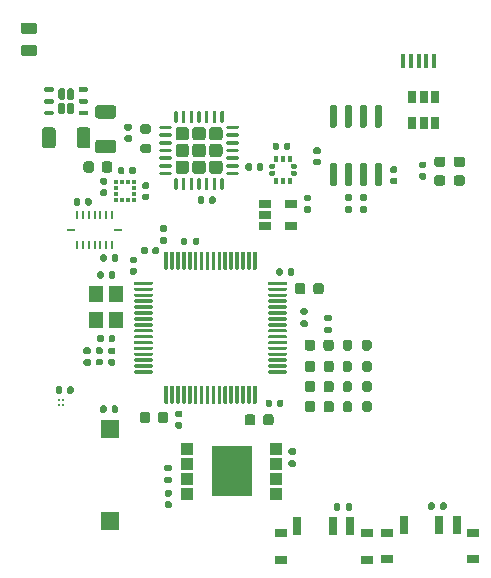
<source format=gbr>
%TF.GenerationSoftware,KiCad,Pcbnew,(5.1.9)-1*%
%TF.CreationDate,2021-10-28T19:53:02+05:30*%
%TF.ProjectId,royal_fc,726f7961-6c5f-4666-932e-6b696361645f,v1.0*%
%TF.SameCoordinates,Original*%
%TF.FileFunction,Paste,Top*%
%TF.FilePolarity,Positive*%
%FSLAX46Y46*%
G04 Gerber Fmt 4.6, Leading zero omitted, Abs format (unit mm)*
G04 Created by KiCad (PCBNEW (5.1.9)-1) date 2021-10-28 19:53:02*
%MOMM*%
%LPD*%
G01*
G04 APERTURE LIST*
%ADD10R,0.675000X0.250000*%
%ADD11R,0.250000X0.675000*%
%ADD12R,0.250000X0.280000*%
%ADD13R,0.280000X0.250000*%
%ADD14R,3.450000X4.350000*%
%ADD15R,1.058000X0.988000*%
%ADD16R,0.450000X1.300000*%
%ADD17R,1.500000X1.500000*%
%ADD18R,1.060000X0.650000*%
%ADD19R,0.350000X0.375000*%
%ADD20R,0.375000X0.350000*%
%ADD21R,0.700000X1.500000*%
%ADD22R,1.000000X0.800000*%
%ADD23R,0.650000X1.060000*%
%ADD24R,1.200000X1.400000*%
G04 APERTURE END LIST*
D10*
%TO.C,U6*%
X30180000Y-122680000D03*
D11*
X30692500Y-123942500D03*
X31192500Y-123942500D03*
X31692500Y-123942500D03*
X32192500Y-123942500D03*
X32692500Y-123942500D03*
X33192500Y-123942500D03*
X33692500Y-123942500D03*
D10*
X34205000Y-122680000D03*
D11*
X33692500Y-121417500D03*
X33192500Y-121417500D03*
X32692500Y-121417500D03*
X32192500Y-121417500D03*
X31692500Y-121417500D03*
X31192500Y-121417500D03*
X30692500Y-121417500D03*
%TD*%
D12*
%TO.C,IC4*%
X29175000Y-137495000D03*
D13*
X29145000Y-137095000D03*
D12*
X29545000Y-137095000D03*
D13*
X29545000Y-137495000D03*
%TD*%
D14*
%TO.C,IC3*%
X43810000Y-143120000D03*
D15*
X40035000Y-145055000D03*
X40035000Y-143785000D03*
X40035000Y-142515000D03*
X40035000Y-141245000D03*
X47585000Y-141245000D03*
X47585000Y-142515000D03*
X47585000Y-143785000D03*
X47585000Y-145055000D03*
%TD*%
D16*
%TO.C,USB1*%
X58330000Y-108350000D03*
X58980000Y-108350000D03*
X59630000Y-108350000D03*
X60280000Y-108350000D03*
X60930000Y-108350000D03*
%TD*%
%TO.C,R16*%
G36*
G01*
X40520000Y-123835000D02*
X40520000Y-123465000D01*
G75*
G02*
X40655000Y-123330000I135000J0D01*
G01*
X40925000Y-123330000D01*
G75*
G02*
X41060000Y-123465000I0J-135000D01*
G01*
X41060000Y-123835000D01*
G75*
G02*
X40925000Y-123970000I-135000J0D01*
G01*
X40655000Y-123970000D01*
G75*
G02*
X40520000Y-123835000I0J135000D01*
G01*
G37*
G36*
G01*
X39500000Y-123835000D02*
X39500000Y-123465000D01*
G75*
G02*
X39635000Y-123330000I135000J0D01*
G01*
X39905000Y-123330000D01*
G75*
G02*
X40040000Y-123465000I0J-135000D01*
G01*
X40040000Y-123835000D01*
G75*
G02*
X39905000Y-123970000I-135000J0D01*
G01*
X39635000Y-123970000D01*
G75*
G02*
X39500000Y-123835000I0J135000D01*
G01*
G37*
%TD*%
%TO.C,R15*%
G36*
G01*
X38215000Y-122810000D02*
X37845000Y-122810000D01*
G75*
G02*
X37710000Y-122675000I0J135000D01*
G01*
X37710000Y-122405000D01*
G75*
G02*
X37845000Y-122270000I135000J0D01*
G01*
X38215000Y-122270000D01*
G75*
G02*
X38350000Y-122405000I0J-135000D01*
G01*
X38350000Y-122675000D01*
G75*
G02*
X38215000Y-122810000I-135000J0D01*
G01*
G37*
G36*
G01*
X38215000Y-123830000D02*
X37845000Y-123830000D01*
G75*
G02*
X37710000Y-123695000I0J135000D01*
G01*
X37710000Y-123425000D01*
G75*
G02*
X37845000Y-123290000I135000J0D01*
G01*
X38215000Y-123290000D01*
G75*
G02*
X38350000Y-123425000I0J-135000D01*
G01*
X38350000Y-123695000D01*
G75*
G02*
X38215000Y-123830000I-135000J0D01*
G01*
G37*
%TD*%
%TO.C,R14*%
G36*
G01*
X49745000Y-130340000D02*
X50115000Y-130340000D01*
G75*
G02*
X50250000Y-130475000I0J-135000D01*
G01*
X50250000Y-130745000D01*
G75*
G02*
X50115000Y-130880000I-135000J0D01*
G01*
X49745000Y-130880000D01*
G75*
G02*
X49610000Y-130745000I0J135000D01*
G01*
X49610000Y-130475000D01*
G75*
G02*
X49745000Y-130340000I135000J0D01*
G01*
G37*
G36*
G01*
X49745000Y-129320000D02*
X50115000Y-129320000D01*
G75*
G02*
X50250000Y-129455000I0J-135000D01*
G01*
X50250000Y-129725000D01*
G75*
G02*
X50115000Y-129860000I-135000J0D01*
G01*
X49745000Y-129860000D01*
G75*
G02*
X49610000Y-129725000I0J135000D01*
G01*
X49610000Y-129455000D01*
G75*
G02*
X49745000Y-129320000I135000J0D01*
G01*
G37*
%TD*%
%TO.C,R13*%
G36*
G01*
X52135000Y-130390000D02*
X51765000Y-130390000D01*
G75*
G02*
X51630000Y-130255000I0J135000D01*
G01*
X51630000Y-129985000D01*
G75*
G02*
X51765000Y-129850000I135000J0D01*
G01*
X52135000Y-129850000D01*
G75*
G02*
X52270000Y-129985000I0J-135000D01*
G01*
X52270000Y-130255000D01*
G75*
G02*
X52135000Y-130390000I-135000J0D01*
G01*
G37*
G36*
G01*
X52135000Y-131410000D02*
X51765000Y-131410000D01*
G75*
G02*
X51630000Y-131275000I0J135000D01*
G01*
X51630000Y-131005000D01*
G75*
G02*
X51765000Y-130870000I135000J0D01*
G01*
X52135000Y-130870000D01*
G75*
G02*
X52270000Y-131005000I0J-135000D01*
G01*
X52270000Y-131275000D01*
G75*
G02*
X52135000Y-131410000I-135000J0D01*
G01*
G37*
%TD*%
%TO.C,R4*%
G36*
G01*
X55165000Y-120210000D02*
X54795000Y-120210000D01*
G75*
G02*
X54660000Y-120075000I0J135000D01*
G01*
X54660000Y-119805000D01*
G75*
G02*
X54795000Y-119670000I135000J0D01*
G01*
X55165000Y-119670000D01*
G75*
G02*
X55300000Y-119805000I0J-135000D01*
G01*
X55300000Y-120075000D01*
G75*
G02*
X55165000Y-120210000I-135000J0D01*
G01*
G37*
G36*
G01*
X55165000Y-121230000D02*
X54795000Y-121230000D01*
G75*
G02*
X54660000Y-121095000I0J135000D01*
G01*
X54660000Y-120825000D01*
G75*
G02*
X54795000Y-120690000I135000J0D01*
G01*
X55165000Y-120690000D01*
G75*
G02*
X55300000Y-120825000I0J-135000D01*
G01*
X55300000Y-121095000D01*
G75*
G02*
X55165000Y-121230000I-135000J0D01*
G01*
G37*
%TD*%
%TO.C,R3*%
G36*
G01*
X53865000Y-120210000D02*
X53495000Y-120210000D01*
G75*
G02*
X53360000Y-120075000I0J135000D01*
G01*
X53360000Y-119805000D01*
G75*
G02*
X53495000Y-119670000I135000J0D01*
G01*
X53865000Y-119670000D01*
G75*
G02*
X54000000Y-119805000I0J-135000D01*
G01*
X54000000Y-120075000D01*
G75*
G02*
X53865000Y-120210000I-135000J0D01*
G01*
G37*
G36*
G01*
X53865000Y-121230000D02*
X53495000Y-121230000D01*
G75*
G02*
X53360000Y-121095000I0J135000D01*
G01*
X53360000Y-120825000D01*
G75*
G02*
X53495000Y-120690000I135000J0D01*
G01*
X53865000Y-120690000D01*
G75*
G02*
X54000000Y-120825000I0J-135000D01*
G01*
X54000000Y-121095000D01*
G75*
G02*
X53865000Y-121230000I-135000J0D01*
G01*
G37*
%TD*%
%TO.C,C24*%
G36*
G01*
X33630000Y-125220000D02*
X33630000Y-124880000D01*
G75*
G02*
X33770000Y-124740000I140000J0D01*
G01*
X34050000Y-124740000D01*
G75*
G02*
X34190000Y-124880000I0J-140000D01*
G01*
X34190000Y-125220000D01*
G75*
G02*
X34050000Y-125360000I-140000J0D01*
G01*
X33770000Y-125360000D01*
G75*
G02*
X33630000Y-125220000I0J140000D01*
G01*
G37*
G36*
G01*
X32670000Y-125220000D02*
X32670000Y-124880000D01*
G75*
G02*
X32810000Y-124740000I140000J0D01*
G01*
X33090000Y-124740000D01*
G75*
G02*
X33230000Y-124880000I0J-140000D01*
G01*
X33230000Y-125220000D01*
G75*
G02*
X33090000Y-125360000I-140000J0D01*
G01*
X32810000Y-125360000D01*
G75*
G02*
X32670000Y-125220000I0J140000D01*
G01*
G37*
%TD*%
D17*
%TO.C,S3*%
X33530000Y-147350000D03*
X33530000Y-139550000D03*
%TD*%
%TO.C,U3*%
G36*
G01*
X35560000Y-127285000D02*
X35560000Y-127135000D01*
G75*
G02*
X35635000Y-127060000I75000J0D01*
G01*
X37035000Y-127060000D01*
G75*
G02*
X37110000Y-127135000I0J-75000D01*
G01*
X37110000Y-127285000D01*
G75*
G02*
X37035000Y-127360000I-75000J0D01*
G01*
X35635000Y-127360000D01*
G75*
G02*
X35560000Y-127285000I0J75000D01*
G01*
G37*
G36*
G01*
X35560000Y-127785000D02*
X35560000Y-127635000D01*
G75*
G02*
X35635000Y-127560000I75000J0D01*
G01*
X37035000Y-127560000D01*
G75*
G02*
X37110000Y-127635000I0J-75000D01*
G01*
X37110000Y-127785000D01*
G75*
G02*
X37035000Y-127860000I-75000J0D01*
G01*
X35635000Y-127860000D01*
G75*
G02*
X35560000Y-127785000I0J75000D01*
G01*
G37*
G36*
G01*
X35560000Y-128285000D02*
X35560000Y-128135000D01*
G75*
G02*
X35635000Y-128060000I75000J0D01*
G01*
X37035000Y-128060000D01*
G75*
G02*
X37110000Y-128135000I0J-75000D01*
G01*
X37110000Y-128285000D01*
G75*
G02*
X37035000Y-128360000I-75000J0D01*
G01*
X35635000Y-128360000D01*
G75*
G02*
X35560000Y-128285000I0J75000D01*
G01*
G37*
G36*
G01*
X35560000Y-128785000D02*
X35560000Y-128635000D01*
G75*
G02*
X35635000Y-128560000I75000J0D01*
G01*
X37035000Y-128560000D01*
G75*
G02*
X37110000Y-128635000I0J-75000D01*
G01*
X37110000Y-128785000D01*
G75*
G02*
X37035000Y-128860000I-75000J0D01*
G01*
X35635000Y-128860000D01*
G75*
G02*
X35560000Y-128785000I0J75000D01*
G01*
G37*
G36*
G01*
X35560000Y-129285000D02*
X35560000Y-129135000D01*
G75*
G02*
X35635000Y-129060000I75000J0D01*
G01*
X37035000Y-129060000D01*
G75*
G02*
X37110000Y-129135000I0J-75000D01*
G01*
X37110000Y-129285000D01*
G75*
G02*
X37035000Y-129360000I-75000J0D01*
G01*
X35635000Y-129360000D01*
G75*
G02*
X35560000Y-129285000I0J75000D01*
G01*
G37*
G36*
G01*
X35560000Y-129785000D02*
X35560000Y-129635000D01*
G75*
G02*
X35635000Y-129560000I75000J0D01*
G01*
X37035000Y-129560000D01*
G75*
G02*
X37110000Y-129635000I0J-75000D01*
G01*
X37110000Y-129785000D01*
G75*
G02*
X37035000Y-129860000I-75000J0D01*
G01*
X35635000Y-129860000D01*
G75*
G02*
X35560000Y-129785000I0J75000D01*
G01*
G37*
G36*
G01*
X35560000Y-130285000D02*
X35560000Y-130135000D01*
G75*
G02*
X35635000Y-130060000I75000J0D01*
G01*
X37035000Y-130060000D01*
G75*
G02*
X37110000Y-130135000I0J-75000D01*
G01*
X37110000Y-130285000D01*
G75*
G02*
X37035000Y-130360000I-75000J0D01*
G01*
X35635000Y-130360000D01*
G75*
G02*
X35560000Y-130285000I0J75000D01*
G01*
G37*
G36*
G01*
X35560000Y-130785000D02*
X35560000Y-130635000D01*
G75*
G02*
X35635000Y-130560000I75000J0D01*
G01*
X37035000Y-130560000D01*
G75*
G02*
X37110000Y-130635000I0J-75000D01*
G01*
X37110000Y-130785000D01*
G75*
G02*
X37035000Y-130860000I-75000J0D01*
G01*
X35635000Y-130860000D01*
G75*
G02*
X35560000Y-130785000I0J75000D01*
G01*
G37*
G36*
G01*
X35560000Y-131285000D02*
X35560000Y-131135000D01*
G75*
G02*
X35635000Y-131060000I75000J0D01*
G01*
X37035000Y-131060000D01*
G75*
G02*
X37110000Y-131135000I0J-75000D01*
G01*
X37110000Y-131285000D01*
G75*
G02*
X37035000Y-131360000I-75000J0D01*
G01*
X35635000Y-131360000D01*
G75*
G02*
X35560000Y-131285000I0J75000D01*
G01*
G37*
G36*
G01*
X35560000Y-131785000D02*
X35560000Y-131635000D01*
G75*
G02*
X35635000Y-131560000I75000J0D01*
G01*
X37035000Y-131560000D01*
G75*
G02*
X37110000Y-131635000I0J-75000D01*
G01*
X37110000Y-131785000D01*
G75*
G02*
X37035000Y-131860000I-75000J0D01*
G01*
X35635000Y-131860000D01*
G75*
G02*
X35560000Y-131785000I0J75000D01*
G01*
G37*
G36*
G01*
X35560000Y-132285000D02*
X35560000Y-132135000D01*
G75*
G02*
X35635000Y-132060000I75000J0D01*
G01*
X37035000Y-132060000D01*
G75*
G02*
X37110000Y-132135000I0J-75000D01*
G01*
X37110000Y-132285000D01*
G75*
G02*
X37035000Y-132360000I-75000J0D01*
G01*
X35635000Y-132360000D01*
G75*
G02*
X35560000Y-132285000I0J75000D01*
G01*
G37*
G36*
G01*
X35560000Y-132785000D02*
X35560000Y-132635000D01*
G75*
G02*
X35635000Y-132560000I75000J0D01*
G01*
X37035000Y-132560000D01*
G75*
G02*
X37110000Y-132635000I0J-75000D01*
G01*
X37110000Y-132785000D01*
G75*
G02*
X37035000Y-132860000I-75000J0D01*
G01*
X35635000Y-132860000D01*
G75*
G02*
X35560000Y-132785000I0J75000D01*
G01*
G37*
G36*
G01*
X35560000Y-133285000D02*
X35560000Y-133135000D01*
G75*
G02*
X35635000Y-133060000I75000J0D01*
G01*
X37035000Y-133060000D01*
G75*
G02*
X37110000Y-133135000I0J-75000D01*
G01*
X37110000Y-133285000D01*
G75*
G02*
X37035000Y-133360000I-75000J0D01*
G01*
X35635000Y-133360000D01*
G75*
G02*
X35560000Y-133285000I0J75000D01*
G01*
G37*
G36*
G01*
X35560000Y-133785000D02*
X35560000Y-133635000D01*
G75*
G02*
X35635000Y-133560000I75000J0D01*
G01*
X37035000Y-133560000D01*
G75*
G02*
X37110000Y-133635000I0J-75000D01*
G01*
X37110000Y-133785000D01*
G75*
G02*
X37035000Y-133860000I-75000J0D01*
G01*
X35635000Y-133860000D01*
G75*
G02*
X35560000Y-133785000I0J75000D01*
G01*
G37*
G36*
G01*
X35560000Y-134285000D02*
X35560000Y-134135000D01*
G75*
G02*
X35635000Y-134060000I75000J0D01*
G01*
X37035000Y-134060000D01*
G75*
G02*
X37110000Y-134135000I0J-75000D01*
G01*
X37110000Y-134285000D01*
G75*
G02*
X37035000Y-134360000I-75000J0D01*
G01*
X35635000Y-134360000D01*
G75*
G02*
X35560000Y-134285000I0J75000D01*
G01*
G37*
G36*
G01*
X35560000Y-134785000D02*
X35560000Y-134635000D01*
G75*
G02*
X35635000Y-134560000I75000J0D01*
G01*
X37035000Y-134560000D01*
G75*
G02*
X37110000Y-134635000I0J-75000D01*
G01*
X37110000Y-134785000D01*
G75*
G02*
X37035000Y-134860000I-75000J0D01*
G01*
X35635000Y-134860000D01*
G75*
G02*
X35560000Y-134785000I0J75000D01*
G01*
G37*
G36*
G01*
X38110000Y-137335000D02*
X38110000Y-135935000D01*
G75*
G02*
X38185000Y-135860000I75000J0D01*
G01*
X38335000Y-135860000D01*
G75*
G02*
X38410000Y-135935000I0J-75000D01*
G01*
X38410000Y-137335000D01*
G75*
G02*
X38335000Y-137410000I-75000J0D01*
G01*
X38185000Y-137410000D01*
G75*
G02*
X38110000Y-137335000I0J75000D01*
G01*
G37*
G36*
G01*
X38610000Y-137335000D02*
X38610000Y-135935000D01*
G75*
G02*
X38685000Y-135860000I75000J0D01*
G01*
X38835000Y-135860000D01*
G75*
G02*
X38910000Y-135935000I0J-75000D01*
G01*
X38910000Y-137335000D01*
G75*
G02*
X38835000Y-137410000I-75000J0D01*
G01*
X38685000Y-137410000D01*
G75*
G02*
X38610000Y-137335000I0J75000D01*
G01*
G37*
G36*
G01*
X39110000Y-137335000D02*
X39110000Y-135935000D01*
G75*
G02*
X39185000Y-135860000I75000J0D01*
G01*
X39335000Y-135860000D01*
G75*
G02*
X39410000Y-135935000I0J-75000D01*
G01*
X39410000Y-137335000D01*
G75*
G02*
X39335000Y-137410000I-75000J0D01*
G01*
X39185000Y-137410000D01*
G75*
G02*
X39110000Y-137335000I0J75000D01*
G01*
G37*
G36*
G01*
X39610000Y-137335000D02*
X39610000Y-135935000D01*
G75*
G02*
X39685000Y-135860000I75000J0D01*
G01*
X39835000Y-135860000D01*
G75*
G02*
X39910000Y-135935000I0J-75000D01*
G01*
X39910000Y-137335000D01*
G75*
G02*
X39835000Y-137410000I-75000J0D01*
G01*
X39685000Y-137410000D01*
G75*
G02*
X39610000Y-137335000I0J75000D01*
G01*
G37*
G36*
G01*
X40110000Y-137335000D02*
X40110000Y-135935000D01*
G75*
G02*
X40185000Y-135860000I75000J0D01*
G01*
X40335000Y-135860000D01*
G75*
G02*
X40410000Y-135935000I0J-75000D01*
G01*
X40410000Y-137335000D01*
G75*
G02*
X40335000Y-137410000I-75000J0D01*
G01*
X40185000Y-137410000D01*
G75*
G02*
X40110000Y-137335000I0J75000D01*
G01*
G37*
G36*
G01*
X40610000Y-137335000D02*
X40610000Y-135935000D01*
G75*
G02*
X40685000Y-135860000I75000J0D01*
G01*
X40835000Y-135860000D01*
G75*
G02*
X40910000Y-135935000I0J-75000D01*
G01*
X40910000Y-137335000D01*
G75*
G02*
X40835000Y-137410000I-75000J0D01*
G01*
X40685000Y-137410000D01*
G75*
G02*
X40610000Y-137335000I0J75000D01*
G01*
G37*
G36*
G01*
X41110000Y-137335000D02*
X41110000Y-135935000D01*
G75*
G02*
X41185000Y-135860000I75000J0D01*
G01*
X41335000Y-135860000D01*
G75*
G02*
X41410000Y-135935000I0J-75000D01*
G01*
X41410000Y-137335000D01*
G75*
G02*
X41335000Y-137410000I-75000J0D01*
G01*
X41185000Y-137410000D01*
G75*
G02*
X41110000Y-137335000I0J75000D01*
G01*
G37*
G36*
G01*
X41610000Y-137335000D02*
X41610000Y-135935000D01*
G75*
G02*
X41685000Y-135860000I75000J0D01*
G01*
X41835000Y-135860000D01*
G75*
G02*
X41910000Y-135935000I0J-75000D01*
G01*
X41910000Y-137335000D01*
G75*
G02*
X41835000Y-137410000I-75000J0D01*
G01*
X41685000Y-137410000D01*
G75*
G02*
X41610000Y-137335000I0J75000D01*
G01*
G37*
G36*
G01*
X42110000Y-137335000D02*
X42110000Y-135935000D01*
G75*
G02*
X42185000Y-135860000I75000J0D01*
G01*
X42335000Y-135860000D01*
G75*
G02*
X42410000Y-135935000I0J-75000D01*
G01*
X42410000Y-137335000D01*
G75*
G02*
X42335000Y-137410000I-75000J0D01*
G01*
X42185000Y-137410000D01*
G75*
G02*
X42110000Y-137335000I0J75000D01*
G01*
G37*
G36*
G01*
X42610000Y-137335000D02*
X42610000Y-135935000D01*
G75*
G02*
X42685000Y-135860000I75000J0D01*
G01*
X42835000Y-135860000D01*
G75*
G02*
X42910000Y-135935000I0J-75000D01*
G01*
X42910000Y-137335000D01*
G75*
G02*
X42835000Y-137410000I-75000J0D01*
G01*
X42685000Y-137410000D01*
G75*
G02*
X42610000Y-137335000I0J75000D01*
G01*
G37*
G36*
G01*
X43110000Y-137335000D02*
X43110000Y-135935000D01*
G75*
G02*
X43185000Y-135860000I75000J0D01*
G01*
X43335000Y-135860000D01*
G75*
G02*
X43410000Y-135935000I0J-75000D01*
G01*
X43410000Y-137335000D01*
G75*
G02*
X43335000Y-137410000I-75000J0D01*
G01*
X43185000Y-137410000D01*
G75*
G02*
X43110000Y-137335000I0J75000D01*
G01*
G37*
G36*
G01*
X43610000Y-137335000D02*
X43610000Y-135935000D01*
G75*
G02*
X43685000Y-135860000I75000J0D01*
G01*
X43835000Y-135860000D01*
G75*
G02*
X43910000Y-135935000I0J-75000D01*
G01*
X43910000Y-137335000D01*
G75*
G02*
X43835000Y-137410000I-75000J0D01*
G01*
X43685000Y-137410000D01*
G75*
G02*
X43610000Y-137335000I0J75000D01*
G01*
G37*
G36*
G01*
X44110000Y-137335000D02*
X44110000Y-135935000D01*
G75*
G02*
X44185000Y-135860000I75000J0D01*
G01*
X44335000Y-135860000D01*
G75*
G02*
X44410000Y-135935000I0J-75000D01*
G01*
X44410000Y-137335000D01*
G75*
G02*
X44335000Y-137410000I-75000J0D01*
G01*
X44185000Y-137410000D01*
G75*
G02*
X44110000Y-137335000I0J75000D01*
G01*
G37*
G36*
G01*
X44610000Y-137335000D02*
X44610000Y-135935000D01*
G75*
G02*
X44685000Y-135860000I75000J0D01*
G01*
X44835000Y-135860000D01*
G75*
G02*
X44910000Y-135935000I0J-75000D01*
G01*
X44910000Y-137335000D01*
G75*
G02*
X44835000Y-137410000I-75000J0D01*
G01*
X44685000Y-137410000D01*
G75*
G02*
X44610000Y-137335000I0J75000D01*
G01*
G37*
G36*
G01*
X45110000Y-137335000D02*
X45110000Y-135935000D01*
G75*
G02*
X45185000Y-135860000I75000J0D01*
G01*
X45335000Y-135860000D01*
G75*
G02*
X45410000Y-135935000I0J-75000D01*
G01*
X45410000Y-137335000D01*
G75*
G02*
X45335000Y-137410000I-75000J0D01*
G01*
X45185000Y-137410000D01*
G75*
G02*
X45110000Y-137335000I0J75000D01*
G01*
G37*
G36*
G01*
X45610000Y-137335000D02*
X45610000Y-135935000D01*
G75*
G02*
X45685000Y-135860000I75000J0D01*
G01*
X45835000Y-135860000D01*
G75*
G02*
X45910000Y-135935000I0J-75000D01*
G01*
X45910000Y-137335000D01*
G75*
G02*
X45835000Y-137410000I-75000J0D01*
G01*
X45685000Y-137410000D01*
G75*
G02*
X45610000Y-137335000I0J75000D01*
G01*
G37*
G36*
G01*
X46910000Y-134785000D02*
X46910000Y-134635000D01*
G75*
G02*
X46985000Y-134560000I75000J0D01*
G01*
X48385000Y-134560000D01*
G75*
G02*
X48460000Y-134635000I0J-75000D01*
G01*
X48460000Y-134785000D01*
G75*
G02*
X48385000Y-134860000I-75000J0D01*
G01*
X46985000Y-134860000D01*
G75*
G02*
X46910000Y-134785000I0J75000D01*
G01*
G37*
G36*
G01*
X46910000Y-134285000D02*
X46910000Y-134135000D01*
G75*
G02*
X46985000Y-134060000I75000J0D01*
G01*
X48385000Y-134060000D01*
G75*
G02*
X48460000Y-134135000I0J-75000D01*
G01*
X48460000Y-134285000D01*
G75*
G02*
X48385000Y-134360000I-75000J0D01*
G01*
X46985000Y-134360000D01*
G75*
G02*
X46910000Y-134285000I0J75000D01*
G01*
G37*
G36*
G01*
X46910000Y-133785000D02*
X46910000Y-133635000D01*
G75*
G02*
X46985000Y-133560000I75000J0D01*
G01*
X48385000Y-133560000D01*
G75*
G02*
X48460000Y-133635000I0J-75000D01*
G01*
X48460000Y-133785000D01*
G75*
G02*
X48385000Y-133860000I-75000J0D01*
G01*
X46985000Y-133860000D01*
G75*
G02*
X46910000Y-133785000I0J75000D01*
G01*
G37*
G36*
G01*
X46910000Y-133285000D02*
X46910000Y-133135000D01*
G75*
G02*
X46985000Y-133060000I75000J0D01*
G01*
X48385000Y-133060000D01*
G75*
G02*
X48460000Y-133135000I0J-75000D01*
G01*
X48460000Y-133285000D01*
G75*
G02*
X48385000Y-133360000I-75000J0D01*
G01*
X46985000Y-133360000D01*
G75*
G02*
X46910000Y-133285000I0J75000D01*
G01*
G37*
G36*
G01*
X46910000Y-132785000D02*
X46910000Y-132635000D01*
G75*
G02*
X46985000Y-132560000I75000J0D01*
G01*
X48385000Y-132560000D01*
G75*
G02*
X48460000Y-132635000I0J-75000D01*
G01*
X48460000Y-132785000D01*
G75*
G02*
X48385000Y-132860000I-75000J0D01*
G01*
X46985000Y-132860000D01*
G75*
G02*
X46910000Y-132785000I0J75000D01*
G01*
G37*
G36*
G01*
X46910000Y-132285000D02*
X46910000Y-132135000D01*
G75*
G02*
X46985000Y-132060000I75000J0D01*
G01*
X48385000Y-132060000D01*
G75*
G02*
X48460000Y-132135000I0J-75000D01*
G01*
X48460000Y-132285000D01*
G75*
G02*
X48385000Y-132360000I-75000J0D01*
G01*
X46985000Y-132360000D01*
G75*
G02*
X46910000Y-132285000I0J75000D01*
G01*
G37*
G36*
G01*
X46910000Y-131785000D02*
X46910000Y-131635000D01*
G75*
G02*
X46985000Y-131560000I75000J0D01*
G01*
X48385000Y-131560000D01*
G75*
G02*
X48460000Y-131635000I0J-75000D01*
G01*
X48460000Y-131785000D01*
G75*
G02*
X48385000Y-131860000I-75000J0D01*
G01*
X46985000Y-131860000D01*
G75*
G02*
X46910000Y-131785000I0J75000D01*
G01*
G37*
G36*
G01*
X46910000Y-131285000D02*
X46910000Y-131135000D01*
G75*
G02*
X46985000Y-131060000I75000J0D01*
G01*
X48385000Y-131060000D01*
G75*
G02*
X48460000Y-131135000I0J-75000D01*
G01*
X48460000Y-131285000D01*
G75*
G02*
X48385000Y-131360000I-75000J0D01*
G01*
X46985000Y-131360000D01*
G75*
G02*
X46910000Y-131285000I0J75000D01*
G01*
G37*
G36*
G01*
X46910000Y-130785000D02*
X46910000Y-130635000D01*
G75*
G02*
X46985000Y-130560000I75000J0D01*
G01*
X48385000Y-130560000D01*
G75*
G02*
X48460000Y-130635000I0J-75000D01*
G01*
X48460000Y-130785000D01*
G75*
G02*
X48385000Y-130860000I-75000J0D01*
G01*
X46985000Y-130860000D01*
G75*
G02*
X46910000Y-130785000I0J75000D01*
G01*
G37*
G36*
G01*
X46910000Y-130285000D02*
X46910000Y-130135000D01*
G75*
G02*
X46985000Y-130060000I75000J0D01*
G01*
X48385000Y-130060000D01*
G75*
G02*
X48460000Y-130135000I0J-75000D01*
G01*
X48460000Y-130285000D01*
G75*
G02*
X48385000Y-130360000I-75000J0D01*
G01*
X46985000Y-130360000D01*
G75*
G02*
X46910000Y-130285000I0J75000D01*
G01*
G37*
G36*
G01*
X46910000Y-129785000D02*
X46910000Y-129635000D01*
G75*
G02*
X46985000Y-129560000I75000J0D01*
G01*
X48385000Y-129560000D01*
G75*
G02*
X48460000Y-129635000I0J-75000D01*
G01*
X48460000Y-129785000D01*
G75*
G02*
X48385000Y-129860000I-75000J0D01*
G01*
X46985000Y-129860000D01*
G75*
G02*
X46910000Y-129785000I0J75000D01*
G01*
G37*
G36*
G01*
X46910000Y-129285000D02*
X46910000Y-129135000D01*
G75*
G02*
X46985000Y-129060000I75000J0D01*
G01*
X48385000Y-129060000D01*
G75*
G02*
X48460000Y-129135000I0J-75000D01*
G01*
X48460000Y-129285000D01*
G75*
G02*
X48385000Y-129360000I-75000J0D01*
G01*
X46985000Y-129360000D01*
G75*
G02*
X46910000Y-129285000I0J75000D01*
G01*
G37*
G36*
G01*
X46910000Y-128785000D02*
X46910000Y-128635000D01*
G75*
G02*
X46985000Y-128560000I75000J0D01*
G01*
X48385000Y-128560000D01*
G75*
G02*
X48460000Y-128635000I0J-75000D01*
G01*
X48460000Y-128785000D01*
G75*
G02*
X48385000Y-128860000I-75000J0D01*
G01*
X46985000Y-128860000D01*
G75*
G02*
X46910000Y-128785000I0J75000D01*
G01*
G37*
G36*
G01*
X46910000Y-128285000D02*
X46910000Y-128135000D01*
G75*
G02*
X46985000Y-128060000I75000J0D01*
G01*
X48385000Y-128060000D01*
G75*
G02*
X48460000Y-128135000I0J-75000D01*
G01*
X48460000Y-128285000D01*
G75*
G02*
X48385000Y-128360000I-75000J0D01*
G01*
X46985000Y-128360000D01*
G75*
G02*
X46910000Y-128285000I0J75000D01*
G01*
G37*
G36*
G01*
X46910000Y-127785000D02*
X46910000Y-127635000D01*
G75*
G02*
X46985000Y-127560000I75000J0D01*
G01*
X48385000Y-127560000D01*
G75*
G02*
X48460000Y-127635000I0J-75000D01*
G01*
X48460000Y-127785000D01*
G75*
G02*
X48385000Y-127860000I-75000J0D01*
G01*
X46985000Y-127860000D01*
G75*
G02*
X46910000Y-127785000I0J75000D01*
G01*
G37*
G36*
G01*
X46910000Y-127285000D02*
X46910000Y-127135000D01*
G75*
G02*
X46985000Y-127060000I75000J0D01*
G01*
X48385000Y-127060000D01*
G75*
G02*
X48460000Y-127135000I0J-75000D01*
G01*
X48460000Y-127285000D01*
G75*
G02*
X48385000Y-127360000I-75000J0D01*
G01*
X46985000Y-127360000D01*
G75*
G02*
X46910000Y-127285000I0J75000D01*
G01*
G37*
G36*
G01*
X45610000Y-125985000D02*
X45610000Y-124585000D01*
G75*
G02*
X45685000Y-124510000I75000J0D01*
G01*
X45835000Y-124510000D01*
G75*
G02*
X45910000Y-124585000I0J-75000D01*
G01*
X45910000Y-125985000D01*
G75*
G02*
X45835000Y-126060000I-75000J0D01*
G01*
X45685000Y-126060000D01*
G75*
G02*
X45610000Y-125985000I0J75000D01*
G01*
G37*
G36*
G01*
X45110000Y-125985000D02*
X45110000Y-124585000D01*
G75*
G02*
X45185000Y-124510000I75000J0D01*
G01*
X45335000Y-124510000D01*
G75*
G02*
X45410000Y-124585000I0J-75000D01*
G01*
X45410000Y-125985000D01*
G75*
G02*
X45335000Y-126060000I-75000J0D01*
G01*
X45185000Y-126060000D01*
G75*
G02*
X45110000Y-125985000I0J75000D01*
G01*
G37*
G36*
G01*
X44610000Y-125985000D02*
X44610000Y-124585000D01*
G75*
G02*
X44685000Y-124510000I75000J0D01*
G01*
X44835000Y-124510000D01*
G75*
G02*
X44910000Y-124585000I0J-75000D01*
G01*
X44910000Y-125985000D01*
G75*
G02*
X44835000Y-126060000I-75000J0D01*
G01*
X44685000Y-126060000D01*
G75*
G02*
X44610000Y-125985000I0J75000D01*
G01*
G37*
G36*
G01*
X44110000Y-125985000D02*
X44110000Y-124585000D01*
G75*
G02*
X44185000Y-124510000I75000J0D01*
G01*
X44335000Y-124510000D01*
G75*
G02*
X44410000Y-124585000I0J-75000D01*
G01*
X44410000Y-125985000D01*
G75*
G02*
X44335000Y-126060000I-75000J0D01*
G01*
X44185000Y-126060000D01*
G75*
G02*
X44110000Y-125985000I0J75000D01*
G01*
G37*
G36*
G01*
X43610000Y-125985000D02*
X43610000Y-124585000D01*
G75*
G02*
X43685000Y-124510000I75000J0D01*
G01*
X43835000Y-124510000D01*
G75*
G02*
X43910000Y-124585000I0J-75000D01*
G01*
X43910000Y-125985000D01*
G75*
G02*
X43835000Y-126060000I-75000J0D01*
G01*
X43685000Y-126060000D01*
G75*
G02*
X43610000Y-125985000I0J75000D01*
G01*
G37*
G36*
G01*
X43110000Y-125985000D02*
X43110000Y-124585000D01*
G75*
G02*
X43185000Y-124510000I75000J0D01*
G01*
X43335000Y-124510000D01*
G75*
G02*
X43410000Y-124585000I0J-75000D01*
G01*
X43410000Y-125985000D01*
G75*
G02*
X43335000Y-126060000I-75000J0D01*
G01*
X43185000Y-126060000D01*
G75*
G02*
X43110000Y-125985000I0J75000D01*
G01*
G37*
G36*
G01*
X42610000Y-125985000D02*
X42610000Y-124585000D01*
G75*
G02*
X42685000Y-124510000I75000J0D01*
G01*
X42835000Y-124510000D01*
G75*
G02*
X42910000Y-124585000I0J-75000D01*
G01*
X42910000Y-125985000D01*
G75*
G02*
X42835000Y-126060000I-75000J0D01*
G01*
X42685000Y-126060000D01*
G75*
G02*
X42610000Y-125985000I0J75000D01*
G01*
G37*
G36*
G01*
X42110000Y-125985000D02*
X42110000Y-124585000D01*
G75*
G02*
X42185000Y-124510000I75000J0D01*
G01*
X42335000Y-124510000D01*
G75*
G02*
X42410000Y-124585000I0J-75000D01*
G01*
X42410000Y-125985000D01*
G75*
G02*
X42335000Y-126060000I-75000J0D01*
G01*
X42185000Y-126060000D01*
G75*
G02*
X42110000Y-125985000I0J75000D01*
G01*
G37*
G36*
G01*
X41610000Y-125985000D02*
X41610000Y-124585000D01*
G75*
G02*
X41685000Y-124510000I75000J0D01*
G01*
X41835000Y-124510000D01*
G75*
G02*
X41910000Y-124585000I0J-75000D01*
G01*
X41910000Y-125985000D01*
G75*
G02*
X41835000Y-126060000I-75000J0D01*
G01*
X41685000Y-126060000D01*
G75*
G02*
X41610000Y-125985000I0J75000D01*
G01*
G37*
G36*
G01*
X41110000Y-125985000D02*
X41110000Y-124585000D01*
G75*
G02*
X41185000Y-124510000I75000J0D01*
G01*
X41335000Y-124510000D01*
G75*
G02*
X41410000Y-124585000I0J-75000D01*
G01*
X41410000Y-125985000D01*
G75*
G02*
X41335000Y-126060000I-75000J0D01*
G01*
X41185000Y-126060000D01*
G75*
G02*
X41110000Y-125985000I0J75000D01*
G01*
G37*
G36*
G01*
X40610000Y-125985000D02*
X40610000Y-124585000D01*
G75*
G02*
X40685000Y-124510000I75000J0D01*
G01*
X40835000Y-124510000D01*
G75*
G02*
X40910000Y-124585000I0J-75000D01*
G01*
X40910000Y-125985000D01*
G75*
G02*
X40835000Y-126060000I-75000J0D01*
G01*
X40685000Y-126060000D01*
G75*
G02*
X40610000Y-125985000I0J75000D01*
G01*
G37*
G36*
G01*
X40110000Y-125985000D02*
X40110000Y-124585000D01*
G75*
G02*
X40185000Y-124510000I75000J0D01*
G01*
X40335000Y-124510000D01*
G75*
G02*
X40410000Y-124585000I0J-75000D01*
G01*
X40410000Y-125985000D01*
G75*
G02*
X40335000Y-126060000I-75000J0D01*
G01*
X40185000Y-126060000D01*
G75*
G02*
X40110000Y-125985000I0J75000D01*
G01*
G37*
G36*
G01*
X39610000Y-125985000D02*
X39610000Y-124585000D01*
G75*
G02*
X39685000Y-124510000I75000J0D01*
G01*
X39835000Y-124510000D01*
G75*
G02*
X39910000Y-124585000I0J-75000D01*
G01*
X39910000Y-125985000D01*
G75*
G02*
X39835000Y-126060000I-75000J0D01*
G01*
X39685000Y-126060000D01*
G75*
G02*
X39610000Y-125985000I0J75000D01*
G01*
G37*
G36*
G01*
X39110000Y-125985000D02*
X39110000Y-124585000D01*
G75*
G02*
X39185000Y-124510000I75000J0D01*
G01*
X39335000Y-124510000D01*
G75*
G02*
X39410000Y-124585000I0J-75000D01*
G01*
X39410000Y-125985000D01*
G75*
G02*
X39335000Y-126060000I-75000J0D01*
G01*
X39185000Y-126060000D01*
G75*
G02*
X39110000Y-125985000I0J75000D01*
G01*
G37*
G36*
G01*
X38610000Y-125985000D02*
X38610000Y-124585000D01*
G75*
G02*
X38685000Y-124510000I75000J0D01*
G01*
X38835000Y-124510000D01*
G75*
G02*
X38910000Y-124585000I0J-75000D01*
G01*
X38910000Y-125985000D01*
G75*
G02*
X38835000Y-126060000I-75000J0D01*
G01*
X38685000Y-126060000D01*
G75*
G02*
X38610000Y-125985000I0J75000D01*
G01*
G37*
G36*
G01*
X38110000Y-125985000D02*
X38110000Y-124585000D01*
G75*
G02*
X38185000Y-124510000I75000J0D01*
G01*
X38335000Y-124510000D01*
G75*
G02*
X38410000Y-124585000I0J-75000D01*
G01*
X38410000Y-125985000D01*
G75*
G02*
X38335000Y-126060000I-75000J0D01*
G01*
X38185000Y-126060000D01*
G75*
G02*
X38110000Y-125985000I0J75000D01*
G01*
G37*
%TD*%
%TO.C,J2*%
G36*
G01*
X61173750Y-118050000D02*
X61686250Y-118050000D01*
G75*
G02*
X61905000Y-118268750I0J-218750D01*
G01*
X61905000Y-118706250D01*
G75*
G02*
X61686250Y-118925000I-218750J0D01*
G01*
X61173750Y-118925000D01*
G75*
G02*
X60955000Y-118706250I0J218750D01*
G01*
X60955000Y-118268750D01*
G75*
G02*
X61173750Y-118050000I218750J0D01*
G01*
G37*
G36*
G01*
X61173750Y-116475000D02*
X61686250Y-116475000D01*
G75*
G02*
X61905000Y-116693750I0J-218750D01*
G01*
X61905000Y-117131250D01*
G75*
G02*
X61686250Y-117350000I-218750J0D01*
G01*
X61173750Y-117350000D01*
G75*
G02*
X60955000Y-117131250I0J218750D01*
G01*
X60955000Y-116693750D01*
G75*
G02*
X61173750Y-116475000I218750J0D01*
G01*
G37*
%TD*%
%TO.C,F1*%
G36*
G01*
X62823750Y-118050000D02*
X63336250Y-118050000D01*
G75*
G02*
X63555000Y-118268750I0J-218750D01*
G01*
X63555000Y-118706250D01*
G75*
G02*
X63336250Y-118925000I-218750J0D01*
G01*
X62823750Y-118925000D01*
G75*
G02*
X62605000Y-118706250I0J218750D01*
G01*
X62605000Y-118268750D01*
G75*
G02*
X62823750Y-118050000I218750J0D01*
G01*
G37*
G36*
G01*
X62823750Y-116475000D02*
X63336250Y-116475000D01*
G75*
G02*
X63555000Y-116693750I0J-218750D01*
G01*
X63555000Y-117131250D01*
G75*
G02*
X63336250Y-117350000I-218750J0D01*
G01*
X62823750Y-117350000D01*
G75*
G02*
X62605000Y-117131250I0J218750D01*
G01*
X62605000Y-116693750D01*
G75*
G02*
X62823750Y-116475000I218750J0D01*
G01*
G37*
%TD*%
%TO.C,C1*%
G36*
G01*
X35650000Y-125500000D02*
X35310000Y-125500000D01*
G75*
G02*
X35170000Y-125360000I0J140000D01*
G01*
X35170000Y-125080000D01*
G75*
G02*
X35310000Y-124940000I140000J0D01*
G01*
X35650000Y-124940000D01*
G75*
G02*
X35790000Y-125080000I0J-140000D01*
G01*
X35790000Y-125360000D01*
G75*
G02*
X35650000Y-125500000I-140000J0D01*
G01*
G37*
G36*
G01*
X35650000Y-126460000D02*
X35310000Y-126460000D01*
G75*
G02*
X35170000Y-126320000I0J140000D01*
G01*
X35170000Y-126040000D01*
G75*
G02*
X35310000Y-125900000I140000J0D01*
G01*
X35650000Y-125900000D01*
G75*
G02*
X35790000Y-126040000I0J-140000D01*
G01*
X35790000Y-126320000D01*
G75*
G02*
X35650000Y-126460000I-140000J0D01*
G01*
G37*
%TD*%
%TO.C,C2*%
G36*
G01*
X38455000Y-138300000D02*
X38455000Y-138800000D01*
G75*
G02*
X38230000Y-139025000I-225000J0D01*
G01*
X37780000Y-139025000D01*
G75*
G02*
X37555000Y-138800000I0J225000D01*
G01*
X37555000Y-138300000D01*
G75*
G02*
X37780000Y-138075000I225000J0D01*
G01*
X38230000Y-138075000D01*
G75*
G02*
X38455000Y-138300000I0J-225000D01*
G01*
G37*
G36*
G01*
X36905000Y-138300000D02*
X36905000Y-138800000D01*
G75*
G02*
X36680000Y-139025000I-225000J0D01*
G01*
X36230000Y-139025000D01*
G75*
G02*
X36005000Y-138800000I0J225000D01*
G01*
X36005000Y-138300000D01*
G75*
G02*
X36230000Y-138075000I225000J0D01*
G01*
X36680000Y-138075000D01*
G75*
G02*
X36905000Y-138300000I0J-225000D01*
G01*
G37*
%TD*%
%TO.C,C3*%
G36*
G01*
X39160000Y-137990000D02*
X39500000Y-137990000D01*
G75*
G02*
X39640000Y-138130000I0J-140000D01*
G01*
X39640000Y-138410000D01*
G75*
G02*
X39500000Y-138550000I-140000J0D01*
G01*
X39160000Y-138550000D01*
G75*
G02*
X39020000Y-138410000I0J140000D01*
G01*
X39020000Y-138130000D01*
G75*
G02*
X39160000Y-137990000I140000J0D01*
G01*
G37*
G36*
G01*
X39160000Y-138950000D02*
X39500000Y-138950000D01*
G75*
G02*
X39640000Y-139090000I0J-140000D01*
G01*
X39640000Y-139370000D01*
G75*
G02*
X39500000Y-139510000I-140000J0D01*
G01*
X39160000Y-139510000D01*
G75*
G02*
X39020000Y-139370000I0J140000D01*
G01*
X39020000Y-139090000D01*
G75*
G02*
X39160000Y-138950000I140000J0D01*
G01*
G37*
%TD*%
%TO.C,C4*%
G36*
G01*
X46670000Y-137520000D02*
X46670000Y-137180000D01*
G75*
G02*
X46810000Y-137040000I140000J0D01*
G01*
X47090000Y-137040000D01*
G75*
G02*
X47230000Y-137180000I0J-140000D01*
G01*
X47230000Y-137520000D01*
G75*
G02*
X47090000Y-137660000I-140000J0D01*
G01*
X46810000Y-137660000D01*
G75*
G02*
X46670000Y-137520000I0J140000D01*
G01*
G37*
G36*
G01*
X47630000Y-137520000D02*
X47630000Y-137180000D01*
G75*
G02*
X47770000Y-137040000I140000J0D01*
G01*
X48050000Y-137040000D01*
G75*
G02*
X48190000Y-137180000I0J-140000D01*
G01*
X48190000Y-137520000D01*
G75*
G02*
X48050000Y-137660000I-140000J0D01*
G01*
X47770000Y-137660000D01*
G75*
G02*
X47630000Y-137520000I0J140000D01*
G01*
G37*
%TD*%
%TO.C,C5*%
G36*
G01*
X48540000Y-126400000D02*
X48540000Y-126060000D01*
G75*
G02*
X48680000Y-125920000I140000J0D01*
G01*
X48960000Y-125920000D01*
G75*
G02*
X49100000Y-126060000I0J-140000D01*
G01*
X49100000Y-126400000D01*
G75*
G02*
X48960000Y-126540000I-140000J0D01*
G01*
X48680000Y-126540000D01*
G75*
G02*
X48540000Y-126400000I0J140000D01*
G01*
G37*
G36*
G01*
X47580000Y-126400000D02*
X47580000Y-126060000D01*
G75*
G02*
X47720000Y-125920000I140000J0D01*
G01*
X48000000Y-125920000D01*
G75*
G02*
X48140000Y-126060000I0J-140000D01*
G01*
X48140000Y-126400000D01*
G75*
G02*
X48000000Y-126540000I-140000J0D01*
G01*
X47720000Y-126540000D01*
G75*
G02*
X47580000Y-126400000I0J140000D01*
G01*
G37*
%TD*%
%TO.C,C6*%
G36*
G01*
X37660000Y-124250000D02*
X37660000Y-124590000D01*
G75*
G02*
X37520000Y-124730000I-140000J0D01*
G01*
X37240000Y-124730000D01*
G75*
G02*
X37100000Y-124590000I0J140000D01*
G01*
X37100000Y-124250000D01*
G75*
G02*
X37240000Y-124110000I140000J0D01*
G01*
X37520000Y-124110000D01*
G75*
G02*
X37660000Y-124250000I0J-140000D01*
G01*
G37*
G36*
G01*
X36700000Y-124250000D02*
X36700000Y-124590000D01*
G75*
G02*
X36560000Y-124730000I-140000J0D01*
G01*
X36280000Y-124730000D01*
G75*
G02*
X36140000Y-124590000I0J140000D01*
G01*
X36140000Y-124250000D01*
G75*
G02*
X36280000Y-124110000I140000J0D01*
G01*
X36560000Y-124110000D01*
G75*
G02*
X36700000Y-124250000I0J-140000D01*
G01*
G37*
%TD*%
%TO.C,C8*%
G36*
G01*
X33480000Y-133610000D02*
X33820000Y-133610000D01*
G75*
G02*
X33960000Y-133750000I0J-140000D01*
G01*
X33960000Y-134030000D01*
G75*
G02*
X33820000Y-134170000I-140000J0D01*
G01*
X33480000Y-134170000D01*
G75*
G02*
X33340000Y-134030000I0J140000D01*
G01*
X33340000Y-133750000D01*
G75*
G02*
X33480000Y-133610000I140000J0D01*
G01*
G37*
G36*
G01*
X33480000Y-132650000D02*
X33820000Y-132650000D01*
G75*
G02*
X33960000Y-132790000I0J-140000D01*
G01*
X33960000Y-133070000D01*
G75*
G02*
X33820000Y-133210000I-140000J0D01*
G01*
X33480000Y-133210000D01*
G75*
G02*
X33340000Y-133070000I0J140000D01*
G01*
X33340000Y-132790000D01*
G75*
G02*
X33480000Y-132650000I140000J0D01*
G01*
G37*
%TD*%
%TO.C,C9*%
G36*
G01*
X59810000Y-116890000D02*
X60150000Y-116890000D01*
G75*
G02*
X60290000Y-117030000I0J-140000D01*
G01*
X60290000Y-117310000D01*
G75*
G02*
X60150000Y-117450000I-140000J0D01*
G01*
X59810000Y-117450000D01*
G75*
G02*
X59670000Y-117310000I0J140000D01*
G01*
X59670000Y-117030000D01*
G75*
G02*
X59810000Y-116890000I140000J0D01*
G01*
G37*
G36*
G01*
X59810000Y-117850000D02*
X60150000Y-117850000D01*
G75*
G02*
X60290000Y-117990000I0J-140000D01*
G01*
X60290000Y-118270000D01*
G75*
G02*
X60150000Y-118410000I-140000J0D01*
G01*
X59810000Y-118410000D01*
G75*
G02*
X59670000Y-118270000I0J140000D01*
G01*
X59670000Y-117990000D01*
G75*
G02*
X59810000Y-117850000I140000J0D01*
G01*
G37*
%TD*%
%TO.C,C10*%
G36*
G01*
X32479999Y-112100000D02*
X33780001Y-112100000D01*
G75*
G02*
X34030000Y-112349999I0J-249999D01*
G01*
X34030000Y-113000001D01*
G75*
G02*
X33780001Y-113250000I-249999J0D01*
G01*
X32479999Y-113250000D01*
G75*
G02*
X32230000Y-113000001I0J249999D01*
G01*
X32230000Y-112349999D01*
G75*
G02*
X32479999Y-112100000I249999J0D01*
G01*
G37*
G36*
G01*
X32479999Y-115050000D02*
X33780001Y-115050000D01*
G75*
G02*
X34030000Y-115299999I0J-249999D01*
G01*
X34030000Y-115950001D01*
G75*
G02*
X33780001Y-116200000I-249999J0D01*
G01*
X32479999Y-116200000D01*
G75*
G02*
X32230000Y-115950001I0J249999D01*
G01*
X32230000Y-115299999D01*
G75*
G02*
X32479999Y-115050000I249999J0D01*
G01*
G37*
%TD*%
%TO.C,C11*%
G36*
G01*
X30690000Y-115530001D02*
X30690000Y-114229999D01*
G75*
G02*
X30939999Y-113980000I249999J0D01*
G01*
X31590001Y-113980000D01*
G75*
G02*
X31840000Y-114229999I0J-249999D01*
G01*
X31840000Y-115530001D01*
G75*
G02*
X31590001Y-115780000I-249999J0D01*
G01*
X30939999Y-115780000D01*
G75*
G02*
X30690000Y-115530001I0J249999D01*
G01*
G37*
G36*
G01*
X27740000Y-115530001D02*
X27740000Y-114229999D01*
G75*
G02*
X27989999Y-113980000I249999J0D01*
G01*
X28640001Y-113980000D01*
G75*
G02*
X28890000Y-114229999I0J-249999D01*
G01*
X28890000Y-115530001D01*
G75*
G02*
X28640001Y-115780000I-249999J0D01*
G01*
X27989999Y-115780000D01*
G75*
G02*
X27740000Y-115530001I0J249999D01*
G01*
G37*
%TD*%
%TO.C,C12*%
G36*
G01*
X44905000Y-139000000D02*
X44905000Y-138500000D01*
G75*
G02*
X45130000Y-138275000I225000J0D01*
G01*
X45580000Y-138275000D01*
G75*
G02*
X45805000Y-138500000I0J-225000D01*
G01*
X45805000Y-139000000D01*
G75*
G02*
X45580000Y-139225000I-225000J0D01*
G01*
X45130000Y-139225000D01*
G75*
G02*
X44905000Y-139000000I0J225000D01*
G01*
G37*
G36*
G01*
X46455000Y-139000000D02*
X46455000Y-138500000D01*
G75*
G02*
X46680000Y-138275000I225000J0D01*
G01*
X47130000Y-138275000D01*
G75*
G02*
X47355000Y-138500000I0J-225000D01*
G01*
X47355000Y-139000000D01*
G75*
G02*
X47130000Y-139225000I-225000J0D01*
G01*
X46680000Y-139225000D01*
G75*
G02*
X46455000Y-139000000I0J225000D01*
G01*
G37*
%TD*%
%TO.C,C13*%
G36*
G01*
X50705000Y-127900000D02*
X50705000Y-127400000D01*
G75*
G02*
X50930000Y-127175000I225000J0D01*
G01*
X51380000Y-127175000D01*
G75*
G02*
X51605000Y-127400000I0J-225000D01*
G01*
X51605000Y-127900000D01*
G75*
G02*
X51380000Y-128125000I-225000J0D01*
G01*
X50930000Y-128125000D01*
G75*
G02*
X50705000Y-127900000I0J225000D01*
G01*
G37*
G36*
G01*
X49155000Y-127900000D02*
X49155000Y-127400000D01*
G75*
G02*
X49380000Y-127175000I225000J0D01*
G01*
X49830000Y-127175000D01*
G75*
G02*
X50055000Y-127400000I0J-225000D01*
G01*
X50055000Y-127900000D01*
G75*
G02*
X49830000Y-128125000I-225000J0D01*
G01*
X49380000Y-128125000D01*
G75*
G02*
X49155000Y-127900000I0J225000D01*
G01*
G37*
%TD*%
%TO.C,C14*%
G36*
G01*
X51200000Y-116250000D02*
X50860000Y-116250000D01*
G75*
G02*
X50720000Y-116110000I0J140000D01*
G01*
X50720000Y-115830000D01*
G75*
G02*
X50860000Y-115690000I140000J0D01*
G01*
X51200000Y-115690000D01*
G75*
G02*
X51340000Y-115830000I0J-140000D01*
G01*
X51340000Y-116110000D01*
G75*
G02*
X51200000Y-116250000I-140000J0D01*
G01*
G37*
G36*
G01*
X51200000Y-117210000D02*
X50860000Y-117210000D01*
G75*
G02*
X50720000Y-117070000I0J140000D01*
G01*
X50720000Y-116790000D01*
G75*
G02*
X50860000Y-116650000I140000J0D01*
G01*
X51200000Y-116650000D01*
G75*
G02*
X51340000Y-116790000I0J-140000D01*
G01*
X51340000Y-117070000D01*
G75*
G02*
X51200000Y-117210000I-140000J0D01*
G01*
G37*
%TD*%
%TO.C,C15*%
G36*
G01*
X57700000Y-118810000D02*
X57360000Y-118810000D01*
G75*
G02*
X57220000Y-118670000I0J140000D01*
G01*
X57220000Y-118390000D01*
G75*
G02*
X57360000Y-118250000I140000J0D01*
G01*
X57700000Y-118250000D01*
G75*
G02*
X57840000Y-118390000I0J-140000D01*
G01*
X57840000Y-118670000D01*
G75*
G02*
X57700000Y-118810000I-140000J0D01*
G01*
G37*
G36*
G01*
X57700000Y-117850000D02*
X57360000Y-117850000D01*
G75*
G02*
X57220000Y-117710000I0J140000D01*
G01*
X57220000Y-117430000D01*
G75*
G02*
X57360000Y-117290000I140000J0D01*
G01*
X57700000Y-117290000D01*
G75*
G02*
X57840000Y-117430000I0J-140000D01*
G01*
X57840000Y-117710000D01*
G75*
G02*
X57700000Y-117850000I-140000J0D01*
G01*
G37*
%TD*%
%TO.C,C16*%
G36*
G01*
X50400000Y-120250000D02*
X50060000Y-120250000D01*
G75*
G02*
X49920000Y-120110000I0J140000D01*
G01*
X49920000Y-119830000D01*
G75*
G02*
X50060000Y-119690000I140000J0D01*
G01*
X50400000Y-119690000D01*
G75*
G02*
X50540000Y-119830000I0J-140000D01*
G01*
X50540000Y-120110000D01*
G75*
G02*
X50400000Y-120250000I-140000J0D01*
G01*
G37*
G36*
G01*
X50400000Y-121210000D02*
X50060000Y-121210000D01*
G75*
G02*
X49920000Y-121070000I0J140000D01*
G01*
X49920000Y-120790000D01*
G75*
G02*
X50060000Y-120650000I140000J0D01*
G01*
X50400000Y-120650000D01*
G75*
G02*
X50540000Y-120790000I0J-140000D01*
G01*
X50540000Y-121070000D01*
G75*
G02*
X50400000Y-121210000I-140000J0D01*
G01*
G37*
%TD*%
%TO.C,C17*%
G36*
G01*
X38260000Y-144690000D02*
X38600000Y-144690000D01*
G75*
G02*
X38740000Y-144830000I0J-140000D01*
G01*
X38740000Y-145110000D01*
G75*
G02*
X38600000Y-145250000I-140000J0D01*
G01*
X38260000Y-145250000D01*
G75*
G02*
X38120000Y-145110000I0J140000D01*
G01*
X38120000Y-144830000D01*
G75*
G02*
X38260000Y-144690000I140000J0D01*
G01*
G37*
G36*
G01*
X38260000Y-145650000D02*
X38600000Y-145650000D01*
G75*
G02*
X38740000Y-145790000I0J-140000D01*
G01*
X38740000Y-146070000D01*
G75*
G02*
X38600000Y-146210000I-140000J0D01*
G01*
X38260000Y-146210000D01*
G75*
G02*
X38120000Y-146070000I0J140000D01*
G01*
X38120000Y-145790000D01*
G75*
G02*
X38260000Y-145650000I140000J0D01*
G01*
G37*
%TD*%
%TO.C,C18*%
G36*
G01*
X34190000Y-137680000D02*
X34190000Y-138020000D01*
G75*
G02*
X34050000Y-138160000I-140000J0D01*
G01*
X33770000Y-138160000D01*
G75*
G02*
X33630000Y-138020000I0J140000D01*
G01*
X33630000Y-137680000D01*
G75*
G02*
X33770000Y-137540000I140000J0D01*
G01*
X34050000Y-137540000D01*
G75*
G02*
X34190000Y-137680000I0J-140000D01*
G01*
G37*
G36*
G01*
X33230000Y-137680000D02*
X33230000Y-138020000D01*
G75*
G02*
X33090000Y-138160000I-140000J0D01*
G01*
X32810000Y-138160000D01*
G75*
G02*
X32670000Y-138020000I0J140000D01*
G01*
X32670000Y-137680000D01*
G75*
G02*
X32810000Y-137540000I140000J0D01*
G01*
X33090000Y-137540000D01*
G75*
G02*
X33230000Y-137680000I0J-140000D01*
G01*
G37*
%TD*%
%TO.C,C19*%
G36*
G01*
X33380000Y-126650000D02*
X33380000Y-126310000D01*
G75*
G02*
X33520000Y-126170000I140000J0D01*
G01*
X33800000Y-126170000D01*
G75*
G02*
X33940000Y-126310000I0J-140000D01*
G01*
X33940000Y-126650000D01*
G75*
G02*
X33800000Y-126790000I-140000J0D01*
G01*
X33520000Y-126790000D01*
G75*
G02*
X33380000Y-126650000I0J140000D01*
G01*
G37*
G36*
G01*
X32420000Y-126650000D02*
X32420000Y-126310000D01*
G75*
G02*
X32560000Y-126170000I140000J0D01*
G01*
X32840000Y-126170000D01*
G75*
G02*
X32980000Y-126310000I0J-140000D01*
G01*
X32980000Y-126650000D01*
G75*
G02*
X32840000Y-126790000I-140000J0D01*
G01*
X32560000Y-126790000D01*
G75*
G02*
X32420000Y-126650000I0J140000D01*
G01*
G37*
%TD*%
%TO.C,C20*%
G36*
G01*
X32980000Y-131710000D02*
X32980000Y-132050000D01*
G75*
G02*
X32840000Y-132190000I-140000J0D01*
G01*
X32560000Y-132190000D01*
G75*
G02*
X32420000Y-132050000I0J140000D01*
G01*
X32420000Y-131710000D01*
G75*
G02*
X32560000Y-131570000I140000J0D01*
G01*
X32840000Y-131570000D01*
G75*
G02*
X32980000Y-131710000I0J-140000D01*
G01*
G37*
G36*
G01*
X33940000Y-131710000D02*
X33940000Y-132050000D01*
G75*
G02*
X33800000Y-132190000I-140000J0D01*
G01*
X33520000Y-132190000D01*
G75*
G02*
X33380000Y-132050000I0J140000D01*
G01*
X33380000Y-131710000D01*
G75*
G02*
X33520000Y-131570000I140000J0D01*
G01*
X33800000Y-131570000D01*
G75*
G02*
X33940000Y-131710000I0J-140000D01*
G01*
G37*
%TD*%
%TO.C,C21*%
G36*
G01*
X46490000Y-117180000D02*
X46490000Y-117520000D01*
G75*
G02*
X46350000Y-117660000I-140000J0D01*
G01*
X46070000Y-117660000D01*
G75*
G02*
X45930000Y-117520000I0J140000D01*
G01*
X45930000Y-117180000D01*
G75*
G02*
X46070000Y-117040000I140000J0D01*
G01*
X46350000Y-117040000D01*
G75*
G02*
X46490000Y-117180000I0J-140000D01*
G01*
G37*
G36*
G01*
X45530000Y-117180000D02*
X45530000Y-117520000D01*
G75*
G02*
X45390000Y-117660000I-140000J0D01*
G01*
X45110000Y-117660000D01*
G75*
G02*
X44970000Y-117520000I0J140000D01*
G01*
X44970000Y-117180000D01*
G75*
G02*
X45110000Y-117040000I140000J0D01*
G01*
X45390000Y-117040000D01*
G75*
G02*
X45530000Y-117180000I0J-140000D01*
G01*
G37*
%TD*%
%TO.C,C22*%
G36*
G01*
X48225000Y-115765000D02*
X48225000Y-115425000D01*
G75*
G02*
X48365000Y-115285000I140000J0D01*
G01*
X48645000Y-115285000D01*
G75*
G02*
X48785000Y-115425000I0J-140000D01*
G01*
X48785000Y-115765000D01*
G75*
G02*
X48645000Y-115905000I-140000J0D01*
G01*
X48365000Y-115905000D01*
G75*
G02*
X48225000Y-115765000I0J140000D01*
G01*
G37*
G36*
G01*
X47265000Y-115765000D02*
X47265000Y-115425000D01*
G75*
G02*
X47405000Y-115285000I140000J0D01*
G01*
X47685000Y-115285000D01*
G75*
G02*
X47825000Y-115425000I0J-140000D01*
G01*
X47825000Y-115765000D01*
G75*
G02*
X47685000Y-115905000I-140000J0D01*
G01*
X47405000Y-115905000D01*
G75*
G02*
X47265000Y-115765000I0J140000D01*
G01*
G37*
%TD*%
%TO.C,C23*%
G36*
G01*
X40930000Y-120320000D02*
X40930000Y-119980000D01*
G75*
G02*
X41070000Y-119840000I140000J0D01*
G01*
X41350000Y-119840000D01*
G75*
G02*
X41490000Y-119980000I0J-140000D01*
G01*
X41490000Y-120320000D01*
G75*
G02*
X41350000Y-120460000I-140000J0D01*
G01*
X41070000Y-120460000D01*
G75*
G02*
X40930000Y-120320000I0J140000D01*
G01*
G37*
G36*
G01*
X41890000Y-120320000D02*
X41890000Y-119980000D01*
G75*
G02*
X42030000Y-119840000I140000J0D01*
G01*
X42310000Y-119840000D01*
G75*
G02*
X42450000Y-119980000I0J-140000D01*
G01*
X42450000Y-120320000D01*
G75*
G02*
X42310000Y-120460000I-140000J0D01*
G01*
X42030000Y-120460000D01*
G75*
G02*
X41890000Y-120320000I0J140000D01*
G01*
G37*
%TD*%
%TO.C,C25*%
G36*
G01*
X30980000Y-120130000D02*
X30980000Y-120470000D01*
G75*
G02*
X30840000Y-120610000I-140000J0D01*
G01*
X30560000Y-120610000D01*
G75*
G02*
X30420000Y-120470000I0J140000D01*
G01*
X30420000Y-120130000D01*
G75*
G02*
X30560000Y-119990000I140000J0D01*
G01*
X30840000Y-119990000D01*
G75*
G02*
X30980000Y-120130000I0J-140000D01*
G01*
G37*
G36*
G01*
X31940000Y-120130000D02*
X31940000Y-120470000D01*
G75*
G02*
X31800000Y-120610000I-140000J0D01*
G01*
X31520000Y-120610000D01*
G75*
G02*
X31380000Y-120470000I0J140000D01*
G01*
X31380000Y-120130000D01*
G75*
G02*
X31520000Y-119990000I140000J0D01*
G01*
X31800000Y-119990000D01*
G75*
G02*
X31940000Y-120130000I0J-140000D01*
G01*
G37*
%TD*%
%TO.C,C26*%
G36*
G01*
X29860000Y-136410000D02*
X29860000Y-136070000D01*
G75*
G02*
X30000000Y-135930000I140000J0D01*
G01*
X30280000Y-135930000D01*
G75*
G02*
X30420000Y-136070000I0J-140000D01*
G01*
X30420000Y-136410000D01*
G75*
G02*
X30280000Y-136550000I-140000J0D01*
G01*
X30000000Y-136550000D01*
G75*
G02*
X29860000Y-136410000I0J140000D01*
G01*
G37*
G36*
G01*
X28900000Y-136410000D02*
X28900000Y-136070000D01*
G75*
G02*
X29040000Y-135930000I140000J0D01*
G01*
X29320000Y-135930000D01*
G75*
G02*
X29460000Y-136070000I0J-140000D01*
G01*
X29460000Y-136410000D01*
G75*
G02*
X29320000Y-136550000I-140000J0D01*
G01*
X29040000Y-136550000D01*
G75*
G02*
X28900000Y-136410000I0J140000D01*
G01*
G37*
%TD*%
%TO.C,C27*%
G36*
G01*
X32155000Y-117100000D02*
X32155000Y-117600000D01*
G75*
G02*
X31930000Y-117825000I-225000J0D01*
G01*
X31480000Y-117825000D01*
G75*
G02*
X31255000Y-117600000I0J225000D01*
G01*
X31255000Y-117100000D01*
G75*
G02*
X31480000Y-116875000I225000J0D01*
G01*
X31930000Y-116875000D01*
G75*
G02*
X32155000Y-117100000I0J-225000D01*
G01*
G37*
G36*
G01*
X33705000Y-117100000D02*
X33705000Y-117600000D01*
G75*
G02*
X33480000Y-117825000I-225000J0D01*
G01*
X33030000Y-117825000D01*
G75*
G02*
X32805000Y-117600000I0J225000D01*
G01*
X32805000Y-117100000D01*
G75*
G02*
X33030000Y-116875000I225000J0D01*
G01*
X33480000Y-116875000D01*
G75*
G02*
X33705000Y-117100000I0J-225000D01*
G01*
G37*
%TD*%
%TO.C,C28*%
G36*
G01*
X34170000Y-117820000D02*
X34170000Y-117480000D01*
G75*
G02*
X34310000Y-117340000I140000J0D01*
G01*
X34590000Y-117340000D01*
G75*
G02*
X34730000Y-117480000I0J-140000D01*
G01*
X34730000Y-117820000D01*
G75*
G02*
X34590000Y-117960000I-140000J0D01*
G01*
X34310000Y-117960000D01*
G75*
G02*
X34170000Y-117820000I0J140000D01*
G01*
G37*
G36*
G01*
X35130000Y-117820000D02*
X35130000Y-117480000D01*
G75*
G02*
X35270000Y-117340000I140000J0D01*
G01*
X35550000Y-117340000D01*
G75*
G02*
X35690000Y-117480000I0J-140000D01*
G01*
X35690000Y-117820000D01*
G75*
G02*
X35550000Y-117960000I-140000J0D01*
G01*
X35270000Y-117960000D01*
G75*
G02*
X35130000Y-117820000I0J140000D01*
G01*
G37*
%TD*%
%TO.C,C29*%
G36*
G01*
X32810000Y-119250000D02*
X33150000Y-119250000D01*
G75*
G02*
X33290000Y-119390000I0J-140000D01*
G01*
X33290000Y-119670000D01*
G75*
G02*
X33150000Y-119810000I-140000J0D01*
G01*
X32810000Y-119810000D01*
G75*
G02*
X32670000Y-119670000I0J140000D01*
G01*
X32670000Y-119390000D01*
G75*
G02*
X32810000Y-119250000I140000J0D01*
G01*
G37*
G36*
G01*
X32810000Y-118290000D02*
X33150000Y-118290000D01*
G75*
G02*
X33290000Y-118430000I0J-140000D01*
G01*
X33290000Y-118710000D01*
G75*
G02*
X33150000Y-118850000I-140000J0D01*
G01*
X32810000Y-118850000D01*
G75*
G02*
X32670000Y-118710000I0J140000D01*
G01*
X32670000Y-118430000D01*
G75*
G02*
X32810000Y-118290000I140000J0D01*
G01*
G37*
%TD*%
%TO.C,C30*%
G36*
G01*
X36700000Y-120160000D02*
X36360000Y-120160000D01*
G75*
G02*
X36220000Y-120020000I0J140000D01*
G01*
X36220000Y-119740000D01*
G75*
G02*
X36360000Y-119600000I140000J0D01*
G01*
X36700000Y-119600000D01*
G75*
G02*
X36840000Y-119740000I0J-140000D01*
G01*
X36840000Y-120020000D01*
G75*
G02*
X36700000Y-120160000I-140000J0D01*
G01*
G37*
G36*
G01*
X36700000Y-119200000D02*
X36360000Y-119200000D01*
G75*
G02*
X36220000Y-119060000I0J140000D01*
G01*
X36220000Y-118780000D01*
G75*
G02*
X36360000Y-118640000I140000J0D01*
G01*
X36700000Y-118640000D01*
G75*
G02*
X36840000Y-118780000I0J-140000D01*
G01*
X36840000Y-119060000D01*
G75*
G02*
X36700000Y-119200000I-140000J0D01*
G01*
G37*
%TD*%
%TO.C,D1*%
G36*
G01*
X35202500Y-115230000D02*
X34857500Y-115230000D01*
G75*
G02*
X34710000Y-115082500I0J147500D01*
G01*
X34710000Y-114787500D01*
G75*
G02*
X34857500Y-114640000I147500J0D01*
G01*
X35202500Y-114640000D01*
G75*
G02*
X35350000Y-114787500I0J-147500D01*
G01*
X35350000Y-115082500D01*
G75*
G02*
X35202500Y-115230000I-147500J0D01*
G01*
G37*
G36*
G01*
X35202500Y-114260000D02*
X34857500Y-114260000D01*
G75*
G02*
X34710000Y-114112500I0J147500D01*
G01*
X34710000Y-113817500D01*
G75*
G02*
X34857500Y-113670000I147500J0D01*
G01*
X35202500Y-113670000D01*
G75*
G02*
X35350000Y-113817500I0J-147500D01*
G01*
X35350000Y-114112500D01*
G75*
G02*
X35202500Y-114260000I-147500J0D01*
G01*
G37*
%TD*%
%TO.C,D6*%
G36*
G01*
X27086250Y-106100000D02*
X26173750Y-106100000D01*
G75*
G02*
X25930000Y-105856250I0J243750D01*
G01*
X25930000Y-105368750D01*
G75*
G02*
X26173750Y-105125000I243750J0D01*
G01*
X27086250Y-105125000D01*
G75*
G02*
X27330000Y-105368750I0J-243750D01*
G01*
X27330000Y-105856250D01*
G75*
G02*
X27086250Y-106100000I-243750J0D01*
G01*
G37*
G36*
G01*
X27086250Y-107975000D02*
X26173750Y-107975000D01*
G75*
G02*
X25930000Y-107731250I0J243750D01*
G01*
X25930000Y-107243750D01*
G75*
G02*
X26173750Y-107000000I243750J0D01*
G01*
X27086250Y-107000000D01*
G75*
G02*
X27330000Y-107243750I0J-243750D01*
G01*
X27330000Y-107731250D01*
G75*
G02*
X27086250Y-107975000I-243750J0D01*
G01*
G37*
%TD*%
%TO.C,FB1*%
G36*
G01*
X31397500Y-132630000D02*
X31742500Y-132630000D01*
G75*
G02*
X31890000Y-132777500I0J-147500D01*
G01*
X31890000Y-133072500D01*
G75*
G02*
X31742500Y-133220000I-147500J0D01*
G01*
X31397500Y-133220000D01*
G75*
G02*
X31250000Y-133072500I0J147500D01*
G01*
X31250000Y-132777500D01*
G75*
G02*
X31397500Y-132630000I147500J0D01*
G01*
G37*
G36*
G01*
X31397500Y-133600000D02*
X31742500Y-133600000D01*
G75*
G02*
X31890000Y-133747500I0J-147500D01*
G01*
X31890000Y-134042500D01*
G75*
G02*
X31742500Y-134190000I-147500J0D01*
G01*
X31397500Y-134190000D01*
G75*
G02*
X31250000Y-134042500I0J147500D01*
G01*
X31250000Y-133747500D01*
G75*
G02*
X31397500Y-133600000I147500J0D01*
G01*
G37*
%TD*%
%TO.C,IC1*%
G36*
G01*
X31640000Y-112680000D02*
X31640000Y-112880000D01*
G75*
G02*
X31540000Y-112980000I-100000J0D01*
G01*
X30940000Y-112980000D01*
G75*
G02*
X30840000Y-112880000I0J100000D01*
G01*
X30840000Y-112680000D01*
G75*
G02*
X30940000Y-112580000I100000J0D01*
G01*
X31540000Y-112580000D01*
G75*
G02*
X31640000Y-112680000I0J-100000D01*
G01*
G37*
G36*
G01*
X31640000Y-111680000D02*
X31640000Y-111880000D01*
G75*
G02*
X31540000Y-111980000I-100000J0D01*
G01*
X30940000Y-111980000D01*
G75*
G02*
X30840000Y-111880000I0J100000D01*
G01*
X30840000Y-111680000D01*
G75*
G02*
X30940000Y-111580000I100000J0D01*
G01*
X31540000Y-111580000D01*
G75*
G02*
X31640000Y-111680000I0J-100000D01*
G01*
G37*
G36*
G01*
X31640000Y-110680000D02*
X31640000Y-110880000D01*
G75*
G02*
X31540000Y-110980000I-100000J0D01*
G01*
X30940000Y-110980000D01*
G75*
G02*
X30840000Y-110880000I0J100000D01*
G01*
X30840000Y-110680000D01*
G75*
G02*
X30940000Y-110580000I100000J0D01*
G01*
X31540000Y-110580000D01*
G75*
G02*
X31640000Y-110680000I0J-100000D01*
G01*
G37*
G36*
G01*
X28740000Y-110680000D02*
X28740000Y-110880000D01*
G75*
G02*
X28640000Y-110980000I-100000J0D01*
G01*
X28040000Y-110980000D01*
G75*
G02*
X27940000Y-110880000I0J100000D01*
G01*
X27940000Y-110680000D01*
G75*
G02*
X28040000Y-110580000I100000J0D01*
G01*
X28640000Y-110580000D01*
G75*
G02*
X28740000Y-110680000I0J-100000D01*
G01*
G37*
G36*
G01*
X28740000Y-111680000D02*
X28740000Y-111880000D01*
G75*
G02*
X28640000Y-111980000I-100000J0D01*
G01*
X28040000Y-111980000D01*
G75*
G02*
X27940000Y-111880000I0J100000D01*
G01*
X27940000Y-111680000D01*
G75*
G02*
X28040000Y-111580000I100000J0D01*
G01*
X28640000Y-111580000D01*
G75*
G02*
X28740000Y-111680000I0J-100000D01*
G01*
G37*
G36*
G01*
X28740000Y-112680000D02*
X28740000Y-112880000D01*
G75*
G02*
X28640000Y-112980000I-100000J0D01*
G01*
X28040000Y-112980000D01*
G75*
G02*
X27940000Y-112880000I0J100000D01*
G01*
X27940000Y-112680000D01*
G75*
G02*
X28040000Y-112580000I100000J0D01*
G01*
X28640000Y-112580000D01*
G75*
G02*
X28740000Y-112680000I0J-100000D01*
G01*
G37*
G36*
G01*
X30465000Y-112045000D02*
X30465000Y-112715000D01*
G75*
G02*
X30315000Y-112865000I-150000J0D01*
G01*
X30015000Y-112865000D01*
G75*
G02*
X29865000Y-112715000I0J150000D01*
G01*
X29865000Y-112045000D01*
G75*
G02*
X30015000Y-111895000I150000J0D01*
G01*
X30315000Y-111895000D01*
G75*
G02*
X30465000Y-112045000I0J-150000D01*
G01*
G37*
G36*
G01*
X30465000Y-110845000D02*
X30465000Y-111515000D01*
G75*
G02*
X30315000Y-111665000I-150000J0D01*
G01*
X30015000Y-111665000D01*
G75*
G02*
X29865000Y-111515000I0J150000D01*
G01*
X29865000Y-110845000D01*
G75*
G02*
X30015000Y-110695000I150000J0D01*
G01*
X30315000Y-110695000D01*
G75*
G02*
X30465000Y-110845000I0J-150000D01*
G01*
G37*
G36*
G01*
X29715000Y-112045000D02*
X29715000Y-112715000D01*
G75*
G02*
X29565000Y-112865000I-150000J0D01*
G01*
X29265000Y-112865000D01*
G75*
G02*
X29115000Y-112715000I0J150000D01*
G01*
X29115000Y-112045000D01*
G75*
G02*
X29265000Y-111895000I150000J0D01*
G01*
X29565000Y-111895000D01*
G75*
G02*
X29715000Y-112045000I0J-150000D01*
G01*
G37*
G36*
G01*
X29715000Y-110845000D02*
X29715000Y-111515000D01*
G75*
G02*
X29565000Y-111665000I-150000J0D01*
G01*
X29265000Y-111665000D01*
G75*
G02*
X29115000Y-111515000I0J150000D01*
G01*
X29115000Y-110845000D01*
G75*
G02*
X29265000Y-110695000I150000J0D01*
G01*
X29565000Y-110695000D01*
G75*
G02*
X29715000Y-110845000I0J-150000D01*
G01*
G37*
%TD*%
D18*
%TO.C,IC2*%
X46625000Y-120485000D03*
X46625000Y-121435000D03*
X46625000Y-122385000D03*
X48825000Y-122385000D03*
X48825000Y-120485000D03*
%TD*%
D19*
%TO.C,IC5*%
X34520000Y-120172500D03*
X35020000Y-120172500D03*
X34520000Y-118647500D03*
X35020000Y-118647500D03*
X35520000Y-120172500D03*
X35520000Y-118647500D03*
X34020000Y-120172500D03*
X34020000Y-118647500D03*
D20*
X35532500Y-119660000D03*
X35532500Y-119160000D03*
X34007500Y-119160000D03*
X34007500Y-119660000D03*
%TD*%
%TO.C,R1*%
G36*
G01*
X36805000Y-114525000D02*
X36255000Y-114525000D01*
G75*
G02*
X36055000Y-114325000I0J200000D01*
G01*
X36055000Y-113925000D01*
G75*
G02*
X36255000Y-113725000I200000J0D01*
G01*
X36805000Y-113725000D01*
G75*
G02*
X37005000Y-113925000I0J-200000D01*
G01*
X37005000Y-114325000D01*
G75*
G02*
X36805000Y-114525000I-200000J0D01*
G01*
G37*
G36*
G01*
X36805000Y-116175000D02*
X36255000Y-116175000D01*
G75*
G02*
X36055000Y-115975000I0J200000D01*
G01*
X36055000Y-115575000D01*
G75*
G02*
X36255000Y-115375000I200000J0D01*
G01*
X36805000Y-115375000D01*
G75*
G02*
X37005000Y-115575000I0J-200000D01*
G01*
X37005000Y-115975000D01*
G75*
G02*
X36805000Y-116175000I-200000J0D01*
G01*
G37*
%TD*%
%TO.C,R2*%
G36*
G01*
X60440000Y-146245000D02*
X60440000Y-145875000D01*
G75*
G02*
X60575000Y-145740000I135000J0D01*
G01*
X60845000Y-145740000D01*
G75*
G02*
X60980000Y-145875000I0J-135000D01*
G01*
X60980000Y-146245000D01*
G75*
G02*
X60845000Y-146380000I-135000J0D01*
G01*
X60575000Y-146380000D01*
G75*
G02*
X60440000Y-146245000I0J135000D01*
G01*
G37*
G36*
G01*
X61460000Y-146245000D02*
X61460000Y-145875000D01*
G75*
G02*
X61595000Y-145740000I135000J0D01*
G01*
X61865000Y-145740000D01*
G75*
G02*
X62000000Y-145875000I0J-135000D01*
G01*
X62000000Y-146245000D01*
G75*
G02*
X61865000Y-146380000I-135000J0D01*
G01*
X61595000Y-146380000D01*
G75*
G02*
X61460000Y-146245000I0J135000D01*
G01*
G37*
%TD*%
%TO.C,R5*%
G36*
G01*
X55655000Y-137365000D02*
X55655000Y-137915000D01*
G75*
G02*
X55455000Y-138115000I-200000J0D01*
G01*
X55055000Y-138115000D01*
G75*
G02*
X54855000Y-137915000I0J200000D01*
G01*
X54855000Y-137365000D01*
G75*
G02*
X55055000Y-137165000I200000J0D01*
G01*
X55455000Y-137165000D01*
G75*
G02*
X55655000Y-137365000I0J-200000D01*
G01*
G37*
G36*
G01*
X54005000Y-137365000D02*
X54005000Y-137915000D01*
G75*
G02*
X53805000Y-138115000I-200000J0D01*
G01*
X53405000Y-138115000D01*
G75*
G02*
X53205000Y-137915000I0J200000D01*
G01*
X53205000Y-137365000D01*
G75*
G02*
X53405000Y-137165000I200000J0D01*
G01*
X53805000Y-137165000D01*
G75*
G02*
X54005000Y-137365000I0J-200000D01*
G01*
G37*
%TD*%
%TO.C,R6*%
G36*
G01*
X55655000Y-135665000D02*
X55655000Y-136215000D01*
G75*
G02*
X55455000Y-136415000I-200000J0D01*
G01*
X55055000Y-136415000D01*
G75*
G02*
X54855000Y-136215000I0J200000D01*
G01*
X54855000Y-135665000D01*
G75*
G02*
X55055000Y-135465000I200000J0D01*
G01*
X55455000Y-135465000D01*
G75*
G02*
X55655000Y-135665000I0J-200000D01*
G01*
G37*
G36*
G01*
X54005000Y-135665000D02*
X54005000Y-136215000D01*
G75*
G02*
X53805000Y-136415000I-200000J0D01*
G01*
X53405000Y-136415000D01*
G75*
G02*
X53205000Y-136215000I0J200000D01*
G01*
X53205000Y-135665000D01*
G75*
G02*
X53405000Y-135465000I200000J0D01*
G01*
X53805000Y-135465000D01*
G75*
G02*
X54005000Y-135665000I0J-200000D01*
G01*
G37*
%TD*%
%TO.C,JP1*%
G36*
G01*
X54005000Y-133965000D02*
X54005000Y-134515000D01*
G75*
G02*
X53805000Y-134715000I-200000J0D01*
G01*
X53405000Y-134715000D01*
G75*
G02*
X53205000Y-134515000I0J200000D01*
G01*
X53205000Y-133965000D01*
G75*
G02*
X53405000Y-133765000I200000J0D01*
G01*
X53805000Y-133765000D01*
G75*
G02*
X54005000Y-133965000I0J-200000D01*
G01*
G37*
G36*
G01*
X55655000Y-133965000D02*
X55655000Y-134515000D01*
G75*
G02*
X55455000Y-134715000I-200000J0D01*
G01*
X55055000Y-134715000D01*
G75*
G02*
X54855000Y-134515000I0J200000D01*
G01*
X54855000Y-133965000D01*
G75*
G02*
X55055000Y-133765000I200000J0D01*
G01*
X55455000Y-133765000D01*
G75*
G02*
X55655000Y-133965000I0J-200000D01*
G01*
G37*
%TD*%
%TO.C,R8*%
G36*
G01*
X55645000Y-132155000D02*
X55645000Y-132705000D01*
G75*
G02*
X55445000Y-132905000I-200000J0D01*
G01*
X55045000Y-132905000D01*
G75*
G02*
X54845000Y-132705000I0J200000D01*
G01*
X54845000Y-132155000D01*
G75*
G02*
X55045000Y-131955000I200000J0D01*
G01*
X55445000Y-131955000D01*
G75*
G02*
X55645000Y-132155000I0J-200000D01*
G01*
G37*
G36*
G01*
X53995000Y-132155000D02*
X53995000Y-132705000D01*
G75*
G02*
X53795000Y-132905000I-200000J0D01*
G01*
X53395000Y-132905000D01*
G75*
G02*
X53195000Y-132705000I0J200000D01*
G01*
X53195000Y-132155000D01*
G75*
G02*
X53395000Y-131955000I200000J0D01*
G01*
X53795000Y-131955000D01*
G75*
G02*
X53995000Y-132155000I0J-200000D01*
G01*
G37*
%TD*%
%TO.C,R9*%
G36*
G01*
X53470000Y-146335000D02*
X53470000Y-145965000D01*
G75*
G02*
X53605000Y-145830000I135000J0D01*
G01*
X53875000Y-145830000D01*
G75*
G02*
X54010000Y-145965000I0J-135000D01*
G01*
X54010000Y-146335000D01*
G75*
G02*
X53875000Y-146470000I-135000J0D01*
G01*
X53605000Y-146470000D01*
G75*
G02*
X53470000Y-146335000I0J135000D01*
G01*
G37*
G36*
G01*
X52450000Y-146335000D02*
X52450000Y-145965000D01*
G75*
G02*
X52585000Y-145830000I135000J0D01*
G01*
X52855000Y-145830000D01*
G75*
G02*
X52990000Y-145965000I0J-135000D01*
G01*
X52990000Y-146335000D01*
G75*
G02*
X52855000Y-146470000I-135000J0D01*
G01*
X52585000Y-146470000D01*
G75*
G02*
X52450000Y-146335000I0J135000D01*
G01*
G37*
%TD*%
%TO.C,R11*%
G36*
G01*
X49115000Y-142730000D02*
X48745000Y-142730000D01*
G75*
G02*
X48610000Y-142595000I0J135000D01*
G01*
X48610000Y-142325000D01*
G75*
G02*
X48745000Y-142190000I135000J0D01*
G01*
X49115000Y-142190000D01*
G75*
G02*
X49250000Y-142325000I0J-135000D01*
G01*
X49250000Y-142595000D01*
G75*
G02*
X49115000Y-142730000I-135000J0D01*
G01*
G37*
G36*
G01*
X49115000Y-141710000D02*
X48745000Y-141710000D01*
G75*
G02*
X48610000Y-141575000I0J135000D01*
G01*
X48610000Y-141305000D01*
G75*
G02*
X48745000Y-141170000I135000J0D01*
G01*
X49115000Y-141170000D01*
G75*
G02*
X49250000Y-141305000I0J-135000D01*
G01*
X49250000Y-141575000D01*
G75*
G02*
X49115000Y-141710000I-135000J0D01*
G01*
G37*
%TD*%
%TO.C,R12*%
G36*
G01*
X38245000Y-143590000D02*
X38615000Y-143590000D01*
G75*
G02*
X38750000Y-143725000I0J-135000D01*
G01*
X38750000Y-143995000D01*
G75*
G02*
X38615000Y-144130000I-135000J0D01*
G01*
X38245000Y-144130000D01*
G75*
G02*
X38110000Y-143995000I0J135000D01*
G01*
X38110000Y-143725000D01*
G75*
G02*
X38245000Y-143590000I135000J0D01*
G01*
G37*
G36*
G01*
X38245000Y-142570000D02*
X38615000Y-142570000D01*
G75*
G02*
X38750000Y-142705000I0J-135000D01*
G01*
X38750000Y-142975000D01*
G75*
G02*
X38615000Y-143110000I-135000J0D01*
G01*
X38245000Y-143110000D01*
G75*
G02*
X38110000Y-142975000I0J135000D01*
G01*
X38110000Y-142705000D01*
G75*
G02*
X38245000Y-142570000I135000J0D01*
G01*
G37*
%TD*%
D21*
%TO.C,S1*%
X58375000Y-147675000D03*
X61375000Y-147675000D03*
X62875000Y-147675000D03*
D22*
X56975000Y-150535000D03*
X64275000Y-150535000D03*
X64275000Y-148325000D03*
X56975000Y-148325000D03*
%TD*%
%TO.C,S2*%
X47950000Y-148370000D03*
X55250000Y-148370000D03*
X55250000Y-150580000D03*
X47950000Y-150580000D03*
D21*
X53850000Y-147720000D03*
X52350000Y-147720000D03*
X49350000Y-147720000D03*
%TD*%
D23*
%TO.C,U1*%
X61000000Y-111405000D03*
X60050000Y-111405000D03*
X59100000Y-111405000D03*
X59100000Y-113605000D03*
X61000000Y-113605000D03*
X60050000Y-113605000D03*
%TD*%
%TO.C,U2*%
G36*
G01*
X56080000Y-112075000D02*
X56380000Y-112075000D01*
G75*
G02*
X56530000Y-112225000I0J-150000D01*
G01*
X56530000Y-113875000D01*
G75*
G02*
X56380000Y-114025000I-150000J0D01*
G01*
X56080000Y-114025000D01*
G75*
G02*
X55930000Y-113875000I0J150000D01*
G01*
X55930000Y-112225000D01*
G75*
G02*
X56080000Y-112075000I150000J0D01*
G01*
G37*
G36*
G01*
X54810000Y-112075000D02*
X55110000Y-112075000D01*
G75*
G02*
X55260000Y-112225000I0J-150000D01*
G01*
X55260000Y-113875000D01*
G75*
G02*
X55110000Y-114025000I-150000J0D01*
G01*
X54810000Y-114025000D01*
G75*
G02*
X54660000Y-113875000I0J150000D01*
G01*
X54660000Y-112225000D01*
G75*
G02*
X54810000Y-112075000I150000J0D01*
G01*
G37*
G36*
G01*
X53540000Y-112075000D02*
X53840000Y-112075000D01*
G75*
G02*
X53990000Y-112225000I0J-150000D01*
G01*
X53990000Y-113875000D01*
G75*
G02*
X53840000Y-114025000I-150000J0D01*
G01*
X53540000Y-114025000D01*
G75*
G02*
X53390000Y-113875000I0J150000D01*
G01*
X53390000Y-112225000D01*
G75*
G02*
X53540000Y-112075000I150000J0D01*
G01*
G37*
G36*
G01*
X52270000Y-112075000D02*
X52570000Y-112075000D01*
G75*
G02*
X52720000Y-112225000I0J-150000D01*
G01*
X52720000Y-113875000D01*
G75*
G02*
X52570000Y-114025000I-150000J0D01*
G01*
X52270000Y-114025000D01*
G75*
G02*
X52120000Y-113875000I0J150000D01*
G01*
X52120000Y-112225000D01*
G75*
G02*
X52270000Y-112075000I150000J0D01*
G01*
G37*
G36*
G01*
X52270000Y-117025000D02*
X52570000Y-117025000D01*
G75*
G02*
X52720000Y-117175000I0J-150000D01*
G01*
X52720000Y-118825000D01*
G75*
G02*
X52570000Y-118975000I-150000J0D01*
G01*
X52270000Y-118975000D01*
G75*
G02*
X52120000Y-118825000I0J150000D01*
G01*
X52120000Y-117175000D01*
G75*
G02*
X52270000Y-117025000I150000J0D01*
G01*
G37*
G36*
G01*
X53540000Y-117025000D02*
X53840000Y-117025000D01*
G75*
G02*
X53990000Y-117175000I0J-150000D01*
G01*
X53990000Y-118825000D01*
G75*
G02*
X53840000Y-118975000I-150000J0D01*
G01*
X53540000Y-118975000D01*
G75*
G02*
X53390000Y-118825000I0J150000D01*
G01*
X53390000Y-117175000D01*
G75*
G02*
X53540000Y-117025000I150000J0D01*
G01*
G37*
G36*
G01*
X54810000Y-117025000D02*
X55110000Y-117025000D01*
G75*
G02*
X55260000Y-117175000I0J-150000D01*
G01*
X55260000Y-118825000D01*
G75*
G02*
X55110000Y-118975000I-150000J0D01*
G01*
X54810000Y-118975000D01*
G75*
G02*
X54660000Y-118825000I0J150000D01*
G01*
X54660000Y-117175000D01*
G75*
G02*
X54810000Y-117025000I150000J0D01*
G01*
G37*
G36*
G01*
X56080000Y-117025000D02*
X56380000Y-117025000D01*
G75*
G02*
X56530000Y-117175000I0J-150000D01*
G01*
X56530000Y-118825000D01*
G75*
G02*
X56380000Y-118975000I-150000J0D01*
G01*
X56080000Y-118975000D01*
G75*
G02*
X55930000Y-118825000I0J150000D01*
G01*
X55930000Y-117175000D01*
G75*
G02*
X56080000Y-117025000I150000J0D01*
G01*
G37*
%TD*%
%TO.C,U4*%
G36*
G01*
X46950000Y-117395000D02*
X46950000Y-117195000D01*
G75*
G02*
X47050000Y-117095000I100000J0D01*
G01*
X47400000Y-117095000D01*
G75*
G02*
X47500000Y-117195000I0J-100000D01*
G01*
X47500000Y-117395000D01*
G75*
G02*
X47400000Y-117495000I-100000J0D01*
G01*
X47050000Y-117495000D01*
G75*
G02*
X46950000Y-117395000I0J100000D01*
G01*
G37*
G36*
G01*
X46950000Y-117995000D02*
X46950000Y-117795000D01*
G75*
G02*
X47050000Y-117695000I100000J0D01*
G01*
X47400000Y-117695000D01*
G75*
G02*
X47500000Y-117795000I0J-100000D01*
G01*
X47500000Y-117995000D01*
G75*
G02*
X47400000Y-118095000I-100000J0D01*
G01*
X47050000Y-118095000D01*
G75*
G02*
X46950000Y-117995000I0J100000D01*
G01*
G37*
G36*
G01*
X47350000Y-118695000D02*
X47350000Y-118345000D01*
G75*
G02*
X47450000Y-118245000I100000J0D01*
G01*
X47650000Y-118245000D01*
G75*
G02*
X47750000Y-118345000I0J-100000D01*
G01*
X47750000Y-118695000D01*
G75*
G02*
X47650000Y-118795000I-100000J0D01*
G01*
X47450000Y-118795000D01*
G75*
G02*
X47350000Y-118695000I0J100000D01*
G01*
G37*
G36*
G01*
X47950000Y-118695000D02*
X47950000Y-118345000D01*
G75*
G02*
X48050000Y-118245000I100000J0D01*
G01*
X48250000Y-118245000D01*
G75*
G02*
X48350000Y-118345000I0J-100000D01*
G01*
X48350000Y-118695000D01*
G75*
G02*
X48250000Y-118795000I-100000J0D01*
G01*
X48050000Y-118795000D01*
G75*
G02*
X47950000Y-118695000I0J100000D01*
G01*
G37*
G36*
G01*
X48550000Y-118695000D02*
X48550000Y-118345000D01*
G75*
G02*
X48650000Y-118245000I100000J0D01*
G01*
X48850000Y-118245000D01*
G75*
G02*
X48950000Y-118345000I0J-100000D01*
G01*
X48950000Y-118695000D01*
G75*
G02*
X48850000Y-118795000I-100000J0D01*
G01*
X48650000Y-118795000D01*
G75*
G02*
X48550000Y-118695000I0J100000D01*
G01*
G37*
G36*
G01*
X48800000Y-117995000D02*
X48800000Y-117795000D01*
G75*
G02*
X48900000Y-117695000I100000J0D01*
G01*
X49250000Y-117695000D01*
G75*
G02*
X49350000Y-117795000I0J-100000D01*
G01*
X49350000Y-117995000D01*
G75*
G02*
X49250000Y-118095000I-100000J0D01*
G01*
X48900000Y-118095000D01*
G75*
G02*
X48800000Y-117995000I0J100000D01*
G01*
G37*
G36*
G01*
X48800000Y-117395000D02*
X48800000Y-117195000D01*
G75*
G02*
X48900000Y-117095000I100000J0D01*
G01*
X49250000Y-117095000D01*
G75*
G02*
X49350000Y-117195000I0J-100000D01*
G01*
X49350000Y-117395000D01*
G75*
G02*
X49250000Y-117495000I-100000J0D01*
G01*
X48900000Y-117495000D01*
G75*
G02*
X48800000Y-117395000I0J100000D01*
G01*
G37*
G36*
G01*
X48550000Y-116845000D02*
X48550000Y-116495000D01*
G75*
G02*
X48650000Y-116395000I100000J0D01*
G01*
X48850000Y-116395000D01*
G75*
G02*
X48950000Y-116495000I0J-100000D01*
G01*
X48950000Y-116845000D01*
G75*
G02*
X48850000Y-116945000I-100000J0D01*
G01*
X48650000Y-116945000D01*
G75*
G02*
X48550000Y-116845000I0J100000D01*
G01*
G37*
G36*
G01*
X47950000Y-116845000D02*
X47950000Y-116495000D01*
G75*
G02*
X48050000Y-116395000I100000J0D01*
G01*
X48250000Y-116395000D01*
G75*
G02*
X48350000Y-116495000I0J-100000D01*
G01*
X48350000Y-116845000D01*
G75*
G02*
X48250000Y-116945000I-100000J0D01*
G01*
X48050000Y-116945000D01*
G75*
G02*
X47950000Y-116845000I0J100000D01*
G01*
G37*
G36*
G01*
X47350000Y-116845000D02*
X47350000Y-116495000D01*
G75*
G02*
X47450000Y-116395000I100000J0D01*
G01*
X47650000Y-116395000D01*
G75*
G02*
X47750000Y-116495000I0J-100000D01*
G01*
X47750000Y-116845000D01*
G75*
G02*
X47650000Y-116945000I-100000J0D01*
G01*
X47450000Y-116945000D01*
G75*
G02*
X47350000Y-116845000I0J100000D01*
G01*
G37*
%TD*%
%TO.C,U5*%
G36*
G01*
X44390000Y-117825000D02*
X44390000Y-117975000D01*
G75*
G02*
X44315000Y-118050000I-75000J0D01*
G01*
X43440000Y-118050000D01*
G75*
G02*
X43365000Y-117975000I0J75000D01*
G01*
X43365000Y-117825000D01*
G75*
G02*
X43440000Y-117750000I75000J0D01*
G01*
X44315000Y-117750000D01*
G75*
G02*
X44390000Y-117825000I0J-75000D01*
G01*
G37*
G36*
G01*
X44390000Y-117175000D02*
X44390000Y-117325000D01*
G75*
G02*
X44315000Y-117400000I-75000J0D01*
G01*
X43440000Y-117400000D01*
G75*
G02*
X43365000Y-117325000I0J75000D01*
G01*
X43365000Y-117175000D01*
G75*
G02*
X43440000Y-117100000I75000J0D01*
G01*
X44315000Y-117100000D01*
G75*
G02*
X44390000Y-117175000I0J-75000D01*
G01*
G37*
G36*
G01*
X44390000Y-116525000D02*
X44390000Y-116675000D01*
G75*
G02*
X44315000Y-116750000I-75000J0D01*
G01*
X43440000Y-116750000D01*
G75*
G02*
X43365000Y-116675000I0J75000D01*
G01*
X43365000Y-116525000D01*
G75*
G02*
X43440000Y-116450000I75000J0D01*
G01*
X44315000Y-116450000D01*
G75*
G02*
X44390000Y-116525000I0J-75000D01*
G01*
G37*
G36*
G01*
X44390000Y-115875000D02*
X44390000Y-116025000D01*
G75*
G02*
X44315000Y-116100000I-75000J0D01*
G01*
X43440000Y-116100000D01*
G75*
G02*
X43365000Y-116025000I0J75000D01*
G01*
X43365000Y-115875000D01*
G75*
G02*
X43440000Y-115800000I75000J0D01*
G01*
X44315000Y-115800000D01*
G75*
G02*
X44390000Y-115875000I0J-75000D01*
G01*
G37*
G36*
G01*
X44390000Y-115225000D02*
X44390000Y-115375000D01*
G75*
G02*
X44315000Y-115450000I-75000J0D01*
G01*
X43440000Y-115450000D01*
G75*
G02*
X43365000Y-115375000I0J75000D01*
G01*
X43365000Y-115225000D01*
G75*
G02*
X43440000Y-115150000I75000J0D01*
G01*
X44315000Y-115150000D01*
G75*
G02*
X44390000Y-115225000I0J-75000D01*
G01*
G37*
G36*
G01*
X44390000Y-114575000D02*
X44390000Y-114725000D01*
G75*
G02*
X44315000Y-114800000I-75000J0D01*
G01*
X43440000Y-114800000D01*
G75*
G02*
X43365000Y-114725000I0J75000D01*
G01*
X43365000Y-114575000D01*
G75*
G02*
X43440000Y-114500000I75000J0D01*
G01*
X44315000Y-114500000D01*
G75*
G02*
X44390000Y-114575000I0J-75000D01*
G01*
G37*
G36*
G01*
X44390000Y-113925000D02*
X44390000Y-114075000D01*
G75*
G02*
X44315000Y-114150000I-75000J0D01*
G01*
X43440000Y-114150000D01*
G75*
G02*
X43365000Y-114075000I0J75000D01*
G01*
X43365000Y-113925000D01*
G75*
G02*
X43440000Y-113850000I75000J0D01*
G01*
X44315000Y-113850000D01*
G75*
G02*
X44390000Y-113925000I0J-75000D01*
G01*
G37*
G36*
G01*
X43140000Y-112675000D02*
X43140000Y-113550000D01*
G75*
G02*
X43065000Y-113625000I-75000J0D01*
G01*
X42915000Y-113625000D01*
G75*
G02*
X42840000Y-113550000I0J75000D01*
G01*
X42840000Y-112675000D01*
G75*
G02*
X42915000Y-112600000I75000J0D01*
G01*
X43065000Y-112600000D01*
G75*
G02*
X43140000Y-112675000I0J-75000D01*
G01*
G37*
G36*
G01*
X42490000Y-112675000D02*
X42490000Y-113550000D01*
G75*
G02*
X42415000Y-113625000I-75000J0D01*
G01*
X42265000Y-113625000D01*
G75*
G02*
X42190000Y-113550000I0J75000D01*
G01*
X42190000Y-112675000D01*
G75*
G02*
X42265000Y-112600000I75000J0D01*
G01*
X42415000Y-112600000D01*
G75*
G02*
X42490000Y-112675000I0J-75000D01*
G01*
G37*
G36*
G01*
X41840000Y-112675000D02*
X41840000Y-113550000D01*
G75*
G02*
X41765000Y-113625000I-75000J0D01*
G01*
X41615000Y-113625000D01*
G75*
G02*
X41540000Y-113550000I0J75000D01*
G01*
X41540000Y-112675000D01*
G75*
G02*
X41615000Y-112600000I75000J0D01*
G01*
X41765000Y-112600000D01*
G75*
G02*
X41840000Y-112675000I0J-75000D01*
G01*
G37*
G36*
G01*
X41190000Y-112675000D02*
X41190000Y-113550000D01*
G75*
G02*
X41115000Y-113625000I-75000J0D01*
G01*
X40965000Y-113625000D01*
G75*
G02*
X40890000Y-113550000I0J75000D01*
G01*
X40890000Y-112675000D01*
G75*
G02*
X40965000Y-112600000I75000J0D01*
G01*
X41115000Y-112600000D01*
G75*
G02*
X41190000Y-112675000I0J-75000D01*
G01*
G37*
G36*
G01*
X40540000Y-112675000D02*
X40540000Y-113550000D01*
G75*
G02*
X40465000Y-113625000I-75000J0D01*
G01*
X40315000Y-113625000D01*
G75*
G02*
X40240000Y-113550000I0J75000D01*
G01*
X40240000Y-112675000D01*
G75*
G02*
X40315000Y-112600000I75000J0D01*
G01*
X40465000Y-112600000D01*
G75*
G02*
X40540000Y-112675000I0J-75000D01*
G01*
G37*
G36*
G01*
X39890000Y-112675000D02*
X39890000Y-113550000D01*
G75*
G02*
X39815000Y-113625000I-75000J0D01*
G01*
X39665000Y-113625000D01*
G75*
G02*
X39590000Y-113550000I0J75000D01*
G01*
X39590000Y-112675000D01*
G75*
G02*
X39665000Y-112600000I75000J0D01*
G01*
X39815000Y-112600000D01*
G75*
G02*
X39890000Y-112675000I0J-75000D01*
G01*
G37*
G36*
G01*
X39240000Y-112675000D02*
X39240000Y-113550000D01*
G75*
G02*
X39165000Y-113625000I-75000J0D01*
G01*
X39015000Y-113625000D01*
G75*
G02*
X38940000Y-113550000I0J75000D01*
G01*
X38940000Y-112675000D01*
G75*
G02*
X39015000Y-112600000I75000J0D01*
G01*
X39165000Y-112600000D01*
G75*
G02*
X39240000Y-112675000I0J-75000D01*
G01*
G37*
G36*
G01*
X38715000Y-113925000D02*
X38715000Y-114075000D01*
G75*
G02*
X38640000Y-114150000I-75000J0D01*
G01*
X37765000Y-114150000D01*
G75*
G02*
X37690000Y-114075000I0J75000D01*
G01*
X37690000Y-113925000D01*
G75*
G02*
X37765000Y-113850000I75000J0D01*
G01*
X38640000Y-113850000D01*
G75*
G02*
X38715000Y-113925000I0J-75000D01*
G01*
G37*
G36*
G01*
X38715000Y-114575000D02*
X38715000Y-114725000D01*
G75*
G02*
X38640000Y-114800000I-75000J0D01*
G01*
X37765000Y-114800000D01*
G75*
G02*
X37690000Y-114725000I0J75000D01*
G01*
X37690000Y-114575000D01*
G75*
G02*
X37765000Y-114500000I75000J0D01*
G01*
X38640000Y-114500000D01*
G75*
G02*
X38715000Y-114575000I0J-75000D01*
G01*
G37*
G36*
G01*
X38715000Y-115225000D02*
X38715000Y-115375000D01*
G75*
G02*
X38640000Y-115450000I-75000J0D01*
G01*
X37765000Y-115450000D01*
G75*
G02*
X37690000Y-115375000I0J75000D01*
G01*
X37690000Y-115225000D01*
G75*
G02*
X37765000Y-115150000I75000J0D01*
G01*
X38640000Y-115150000D01*
G75*
G02*
X38715000Y-115225000I0J-75000D01*
G01*
G37*
G36*
G01*
X38715000Y-115875000D02*
X38715000Y-116025000D01*
G75*
G02*
X38640000Y-116100000I-75000J0D01*
G01*
X37765000Y-116100000D01*
G75*
G02*
X37690000Y-116025000I0J75000D01*
G01*
X37690000Y-115875000D01*
G75*
G02*
X37765000Y-115800000I75000J0D01*
G01*
X38640000Y-115800000D01*
G75*
G02*
X38715000Y-115875000I0J-75000D01*
G01*
G37*
G36*
G01*
X38715000Y-116525000D02*
X38715000Y-116675000D01*
G75*
G02*
X38640000Y-116750000I-75000J0D01*
G01*
X37765000Y-116750000D01*
G75*
G02*
X37690000Y-116675000I0J75000D01*
G01*
X37690000Y-116525000D01*
G75*
G02*
X37765000Y-116450000I75000J0D01*
G01*
X38640000Y-116450000D01*
G75*
G02*
X38715000Y-116525000I0J-75000D01*
G01*
G37*
G36*
G01*
X38715000Y-117175000D02*
X38715000Y-117325000D01*
G75*
G02*
X38640000Y-117400000I-75000J0D01*
G01*
X37765000Y-117400000D01*
G75*
G02*
X37690000Y-117325000I0J75000D01*
G01*
X37690000Y-117175000D01*
G75*
G02*
X37765000Y-117100000I75000J0D01*
G01*
X38640000Y-117100000D01*
G75*
G02*
X38715000Y-117175000I0J-75000D01*
G01*
G37*
G36*
G01*
X38715000Y-117825000D02*
X38715000Y-117975000D01*
G75*
G02*
X38640000Y-118050000I-75000J0D01*
G01*
X37765000Y-118050000D01*
G75*
G02*
X37690000Y-117975000I0J75000D01*
G01*
X37690000Y-117825000D01*
G75*
G02*
X37765000Y-117750000I75000J0D01*
G01*
X38640000Y-117750000D01*
G75*
G02*
X38715000Y-117825000I0J-75000D01*
G01*
G37*
G36*
G01*
X39240000Y-118350000D02*
X39240000Y-119225000D01*
G75*
G02*
X39165000Y-119300000I-75000J0D01*
G01*
X39015000Y-119300000D01*
G75*
G02*
X38940000Y-119225000I0J75000D01*
G01*
X38940000Y-118350000D01*
G75*
G02*
X39015000Y-118275000I75000J0D01*
G01*
X39165000Y-118275000D01*
G75*
G02*
X39240000Y-118350000I0J-75000D01*
G01*
G37*
G36*
G01*
X39890000Y-118350000D02*
X39890000Y-119225000D01*
G75*
G02*
X39815000Y-119300000I-75000J0D01*
G01*
X39665000Y-119300000D01*
G75*
G02*
X39590000Y-119225000I0J75000D01*
G01*
X39590000Y-118350000D01*
G75*
G02*
X39665000Y-118275000I75000J0D01*
G01*
X39815000Y-118275000D01*
G75*
G02*
X39890000Y-118350000I0J-75000D01*
G01*
G37*
G36*
G01*
X40540000Y-118350000D02*
X40540000Y-119225000D01*
G75*
G02*
X40465000Y-119300000I-75000J0D01*
G01*
X40315000Y-119300000D01*
G75*
G02*
X40240000Y-119225000I0J75000D01*
G01*
X40240000Y-118350000D01*
G75*
G02*
X40315000Y-118275000I75000J0D01*
G01*
X40465000Y-118275000D01*
G75*
G02*
X40540000Y-118350000I0J-75000D01*
G01*
G37*
G36*
G01*
X41190000Y-118350000D02*
X41190000Y-119225000D01*
G75*
G02*
X41115000Y-119300000I-75000J0D01*
G01*
X40965000Y-119300000D01*
G75*
G02*
X40890000Y-119225000I0J75000D01*
G01*
X40890000Y-118350000D01*
G75*
G02*
X40965000Y-118275000I75000J0D01*
G01*
X41115000Y-118275000D01*
G75*
G02*
X41190000Y-118350000I0J-75000D01*
G01*
G37*
G36*
G01*
X41840000Y-118350000D02*
X41840000Y-119225000D01*
G75*
G02*
X41765000Y-119300000I-75000J0D01*
G01*
X41615000Y-119300000D01*
G75*
G02*
X41540000Y-119225000I0J75000D01*
G01*
X41540000Y-118350000D01*
G75*
G02*
X41615000Y-118275000I75000J0D01*
G01*
X41765000Y-118275000D01*
G75*
G02*
X41840000Y-118350000I0J-75000D01*
G01*
G37*
G36*
G01*
X42490000Y-118350000D02*
X42490000Y-119225000D01*
G75*
G02*
X42415000Y-119300000I-75000J0D01*
G01*
X42265000Y-119300000D01*
G75*
G02*
X42190000Y-119225000I0J75000D01*
G01*
X42190000Y-118350000D01*
G75*
G02*
X42265000Y-118275000I75000J0D01*
G01*
X42415000Y-118275000D01*
G75*
G02*
X42490000Y-118350000I0J-75000D01*
G01*
G37*
G36*
G01*
X43140000Y-118350000D02*
X43140000Y-119225000D01*
G75*
G02*
X43065000Y-119300000I-75000J0D01*
G01*
X42915000Y-119300000D01*
G75*
G02*
X42840000Y-119225000I0J75000D01*
G01*
X42840000Y-118350000D01*
G75*
G02*
X42915000Y-118275000I75000J0D01*
G01*
X43065000Y-118275000D01*
G75*
G02*
X43140000Y-118350000I0J-75000D01*
G01*
G37*
G36*
G01*
X43030000Y-117049998D02*
X43030000Y-117690002D01*
G75*
G02*
X42780002Y-117940000I-249998J0D01*
G01*
X42139998Y-117940000D01*
G75*
G02*
X41890000Y-117690002I0J249998D01*
G01*
X41890000Y-117049998D01*
G75*
G02*
X42139998Y-116800000I249998J0D01*
G01*
X42780002Y-116800000D01*
G75*
G02*
X43030000Y-117049998I0J-249998D01*
G01*
G37*
G36*
G01*
X43030000Y-115629998D02*
X43030000Y-116270002D01*
G75*
G02*
X42780002Y-116520000I-249998J0D01*
G01*
X42139998Y-116520000D01*
G75*
G02*
X41890000Y-116270002I0J249998D01*
G01*
X41890000Y-115629998D01*
G75*
G02*
X42139998Y-115380000I249998J0D01*
G01*
X42780002Y-115380000D01*
G75*
G02*
X43030000Y-115629998I0J-249998D01*
G01*
G37*
G36*
G01*
X43030000Y-114209998D02*
X43030000Y-114850002D01*
G75*
G02*
X42780002Y-115100000I-249998J0D01*
G01*
X42139998Y-115100000D01*
G75*
G02*
X41890000Y-114850002I0J249998D01*
G01*
X41890000Y-114209998D01*
G75*
G02*
X42139998Y-113960000I249998J0D01*
G01*
X42780002Y-113960000D01*
G75*
G02*
X43030000Y-114209998I0J-249998D01*
G01*
G37*
G36*
G01*
X41610000Y-117049998D02*
X41610000Y-117690002D01*
G75*
G02*
X41360002Y-117940000I-249998J0D01*
G01*
X40719998Y-117940000D01*
G75*
G02*
X40470000Y-117690002I0J249998D01*
G01*
X40470000Y-117049998D01*
G75*
G02*
X40719998Y-116800000I249998J0D01*
G01*
X41360002Y-116800000D01*
G75*
G02*
X41610000Y-117049998I0J-249998D01*
G01*
G37*
G36*
G01*
X41610000Y-115629998D02*
X41610000Y-116270002D01*
G75*
G02*
X41360002Y-116520000I-249998J0D01*
G01*
X40719998Y-116520000D01*
G75*
G02*
X40470000Y-116270002I0J249998D01*
G01*
X40470000Y-115629998D01*
G75*
G02*
X40719998Y-115380000I249998J0D01*
G01*
X41360002Y-115380000D01*
G75*
G02*
X41610000Y-115629998I0J-249998D01*
G01*
G37*
G36*
G01*
X41610000Y-114209998D02*
X41610000Y-114850002D01*
G75*
G02*
X41360002Y-115100000I-249998J0D01*
G01*
X40719998Y-115100000D01*
G75*
G02*
X40470000Y-114850002I0J249998D01*
G01*
X40470000Y-114209998D01*
G75*
G02*
X40719998Y-113960000I249998J0D01*
G01*
X41360002Y-113960000D01*
G75*
G02*
X41610000Y-114209998I0J-249998D01*
G01*
G37*
G36*
G01*
X40190000Y-117049998D02*
X40190000Y-117690002D01*
G75*
G02*
X39940002Y-117940000I-249998J0D01*
G01*
X39299998Y-117940000D01*
G75*
G02*
X39050000Y-117690002I0J249998D01*
G01*
X39050000Y-117049998D01*
G75*
G02*
X39299998Y-116800000I249998J0D01*
G01*
X39940002Y-116800000D01*
G75*
G02*
X40190000Y-117049998I0J-249998D01*
G01*
G37*
G36*
G01*
X40190000Y-115629998D02*
X40190000Y-116270002D01*
G75*
G02*
X39940002Y-116520000I-249998J0D01*
G01*
X39299998Y-116520000D01*
G75*
G02*
X39050000Y-116270002I0J249998D01*
G01*
X39050000Y-115629998D01*
G75*
G02*
X39299998Y-115380000I249998J0D01*
G01*
X39940002Y-115380000D01*
G75*
G02*
X40190000Y-115629998I0J-249998D01*
G01*
G37*
G36*
G01*
X40190000Y-114209998D02*
X40190000Y-114850002D01*
G75*
G02*
X39940002Y-115100000I-249998J0D01*
G01*
X39299998Y-115100000D01*
G75*
G02*
X39050000Y-114850002I0J249998D01*
G01*
X39050000Y-114209998D01*
G75*
G02*
X39299998Y-113960000I249998J0D01*
G01*
X39940002Y-113960000D01*
G75*
G02*
X40190000Y-114209998I0J-249998D01*
G01*
G37*
%TD*%
D24*
%TO.C,Y1*%
X32330000Y-128080000D03*
X32330000Y-130280000D03*
X34030000Y-130280000D03*
X34030000Y-128080000D03*
%TD*%
%TO.C,C7*%
G36*
G01*
X32440000Y-132630000D02*
X32780000Y-132630000D01*
G75*
G02*
X32920000Y-132770000I0J-140000D01*
G01*
X32920000Y-133050000D01*
G75*
G02*
X32780000Y-133190000I-140000J0D01*
G01*
X32440000Y-133190000D01*
G75*
G02*
X32300000Y-133050000I0J140000D01*
G01*
X32300000Y-132770000D01*
G75*
G02*
X32440000Y-132630000I140000J0D01*
G01*
G37*
G36*
G01*
X32440000Y-133590000D02*
X32780000Y-133590000D01*
G75*
G02*
X32920000Y-133730000I0J-140000D01*
G01*
X32920000Y-134010000D01*
G75*
G02*
X32780000Y-134150000I-140000J0D01*
G01*
X32440000Y-134150000D01*
G75*
G02*
X32300000Y-134010000I0J140000D01*
G01*
X32300000Y-133730000D01*
G75*
G02*
X32440000Y-133590000I140000J0D01*
G01*
G37*
%TD*%
%TO.C,D2*%
G36*
G01*
X50880000Y-137383750D02*
X50880000Y-137896250D01*
G75*
G02*
X50661250Y-138115000I-218750J0D01*
G01*
X50223750Y-138115000D01*
G75*
G02*
X50005000Y-137896250I0J218750D01*
G01*
X50005000Y-137383750D01*
G75*
G02*
X50223750Y-137165000I218750J0D01*
G01*
X50661250Y-137165000D01*
G75*
G02*
X50880000Y-137383750I0J-218750D01*
G01*
G37*
G36*
G01*
X52455000Y-137383750D02*
X52455000Y-137896250D01*
G75*
G02*
X52236250Y-138115000I-218750J0D01*
G01*
X51798750Y-138115000D01*
G75*
G02*
X51580000Y-137896250I0J218750D01*
G01*
X51580000Y-137383750D01*
G75*
G02*
X51798750Y-137165000I218750J0D01*
G01*
X52236250Y-137165000D01*
G75*
G02*
X52455000Y-137383750I0J-218750D01*
G01*
G37*
%TD*%
%TO.C,D3*%
G36*
G01*
X52455000Y-135683750D02*
X52455000Y-136196250D01*
G75*
G02*
X52236250Y-136415000I-218750J0D01*
G01*
X51798750Y-136415000D01*
G75*
G02*
X51580000Y-136196250I0J218750D01*
G01*
X51580000Y-135683750D01*
G75*
G02*
X51798750Y-135465000I218750J0D01*
G01*
X52236250Y-135465000D01*
G75*
G02*
X52455000Y-135683750I0J-218750D01*
G01*
G37*
G36*
G01*
X50880000Y-135683750D02*
X50880000Y-136196250D01*
G75*
G02*
X50661250Y-136415000I-218750J0D01*
G01*
X50223750Y-136415000D01*
G75*
G02*
X50005000Y-136196250I0J218750D01*
G01*
X50005000Y-135683750D01*
G75*
G02*
X50223750Y-135465000I218750J0D01*
G01*
X50661250Y-135465000D01*
G75*
G02*
X50880000Y-135683750I0J-218750D01*
G01*
G37*
%TD*%
%TO.C,D4*%
G36*
G01*
X50880000Y-133983750D02*
X50880000Y-134496250D01*
G75*
G02*
X50661250Y-134715000I-218750J0D01*
G01*
X50223750Y-134715000D01*
G75*
G02*
X50005000Y-134496250I0J218750D01*
G01*
X50005000Y-133983750D01*
G75*
G02*
X50223750Y-133765000I218750J0D01*
G01*
X50661250Y-133765000D01*
G75*
G02*
X50880000Y-133983750I0J-218750D01*
G01*
G37*
G36*
G01*
X52455000Y-133983750D02*
X52455000Y-134496250D01*
G75*
G02*
X52236250Y-134715000I-218750J0D01*
G01*
X51798750Y-134715000D01*
G75*
G02*
X51580000Y-134496250I0J218750D01*
G01*
X51580000Y-133983750D01*
G75*
G02*
X51798750Y-133765000I218750J0D01*
G01*
X52236250Y-133765000D01*
G75*
G02*
X52455000Y-133983750I0J-218750D01*
G01*
G37*
%TD*%
%TO.C,D5*%
G36*
G01*
X52445000Y-132173750D02*
X52445000Y-132686250D01*
G75*
G02*
X52226250Y-132905000I-218750J0D01*
G01*
X51788750Y-132905000D01*
G75*
G02*
X51570000Y-132686250I0J218750D01*
G01*
X51570000Y-132173750D01*
G75*
G02*
X51788750Y-131955000I218750J0D01*
G01*
X52226250Y-131955000D01*
G75*
G02*
X52445000Y-132173750I0J-218750D01*
G01*
G37*
G36*
G01*
X50870000Y-132173750D02*
X50870000Y-132686250D01*
G75*
G02*
X50651250Y-132905000I-218750J0D01*
G01*
X50213750Y-132905000D01*
G75*
G02*
X49995000Y-132686250I0J218750D01*
G01*
X49995000Y-132173750D01*
G75*
G02*
X50213750Y-131955000I218750J0D01*
G01*
X50651250Y-131955000D01*
G75*
G02*
X50870000Y-132173750I0J-218750D01*
G01*
G37*
%TD*%
M02*

</source>
